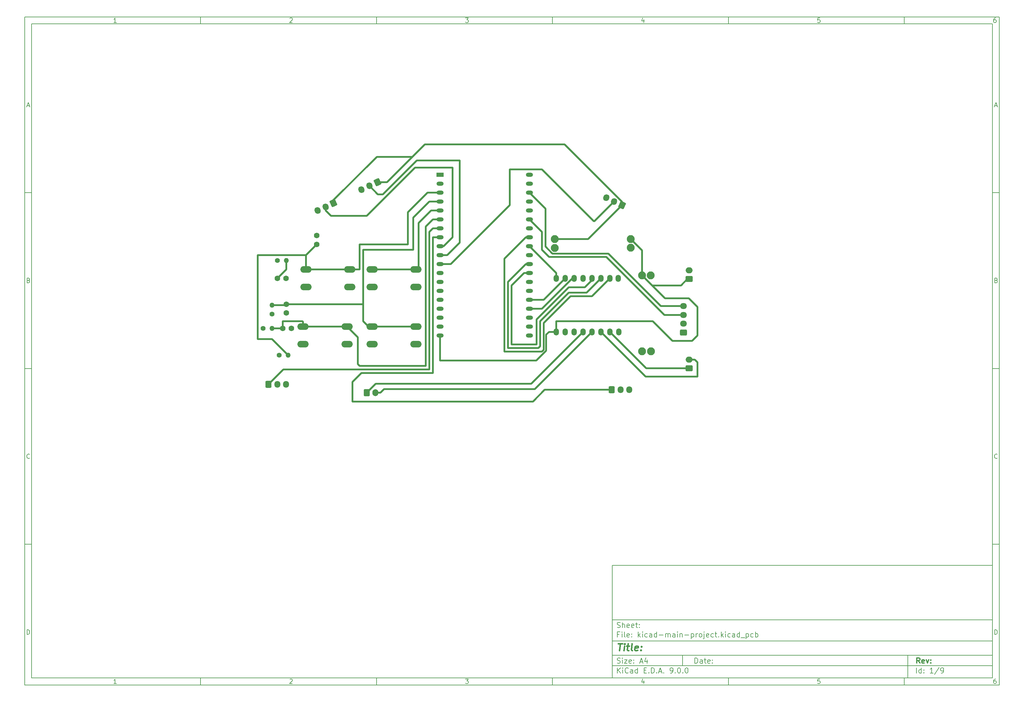
<source format=gbr>
%TF.GenerationSoftware,KiCad,Pcbnew,9.0.0*%
%TF.CreationDate,2025-05-10T22:05:33+07:00*%
%TF.ProjectId,kicad-main-project,6b696361-642d-46d6-9169-6e2d70726f6a,rev?*%
%TF.SameCoordinates,Original*%
%TF.FileFunction,Copper,L1,Top*%
%TF.FilePolarity,Positive*%
%FSLAX46Y46*%
G04 Gerber Fmt 4.6, Leading zero omitted, Abs format (unit mm)*
G04 Created by KiCad (PCBNEW 9.0.0) date 2025-05-10 22:05:33*
%MOMM*%
%LPD*%
G01*
G04 APERTURE LIST*
G04 Aperture macros list*
%AMRoundRect*
0 Rectangle with rounded corners*
0 $1 Rounding radius*
0 $2 $3 $4 $5 $6 $7 $8 $9 X,Y pos of 4 corners*
0 Add a 4 corners polygon primitive as box body*
4,1,4,$2,$3,$4,$5,$6,$7,$8,$9,$2,$3,0*
0 Add four circle primitives for the rounded corners*
1,1,$1+$1,$2,$3*
1,1,$1+$1,$4,$5*
1,1,$1+$1,$6,$7*
1,1,$1+$1,$8,$9*
0 Add four rect primitives between the rounded corners*
20,1,$1+$1,$2,$3,$4,$5,0*
20,1,$1+$1,$4,$5,$6,$7,0*
20,1,$1+$1,$6,$7,$8,$9,0*
20,1,$1+$1,$8,$9,$2,$3,0*%
%AMHorizOval*
0 Thick line with rounded ends*
0 $1 width*
0 $2 $3 position (X,Y) of the first rounded end (center of the circle)*
0 $4 $5 position (X,Y) of the second rounded end (center of the circle)*
0 Add line between two ends*
20,1,$1,$2,$3,$4,$5,0*
0 Add two circle primitives to create the rounded ends*
1,1,$1,$2,$3*
1,1,$1,$4,$5*%
G04 Aperture macros list end*
%ADD10C,0.100000*%
%ADD11C,0.150000*%
%ADD12C,0.300000*%
%ADD13C,0.400000*%
%TA.AperFunction,ComponentPad*%
%ADD14RoundRect,0.250000X0.750000X-0.600000X0.750000X0.600000X-0.750000X0.600000X-0.750000X-0.600000X0*%
%TD*%
%TA.AperFunction,ComponentPad*%
%ADD15O,2.000000X1.700000*%
%TD*%
%TA.AperFunction,ComponentPad*%
%ADD16O,1.950000X1.700000*%
%TD*%
%TA.AperFunction,ComponentPad*%
%ADD17RoundRect,0.250000X0.725000X-0.600000X0.725000X0.600000X-0.725000X0.600000X-0.725000X-0.600000X0*%
%TD*%
%TA.AperFunction,ComponentPad*%
%ADD18O,3.200000X1.900000*%
%TD*%
%TA.AperFunction,ComponentPad*%
%ADD19O,1.500000X2.000000*%
%TD*%
%TA.AperFunction,ComponentPad*%
%ADD20C,1.600000*%
%TD*%
%TA.AperFunction,ComponentPad*%
%ADD21RoundRect,0.250000X-0.600000X-0.725000X0.600000X-0.725000X0.600000X0.725000X-0.600000X0.725000X0*%
%TD*%
%TA.AperFunction,ComponentPad*%
%ADD22O,1.700000X1.950000*%
%TD*%
%TA.AperFunction,ComponentPad*%
%ADD23C,1.400000*%
%TD*%
%TA.AperFunction,ComponentPad*%
%ADD24O,1.400000X1.400000*%
%TD*%
%TA.AperFunction,ComponentPad*%
%ADD25C,2.250000*%
%TD*%
%TA.AperFunction,ComponentPad*%
%ADD26RoundRect,0.250000X0.237386X0.910644X-0.850183X0.403502X-0.237386X-0.910644X0.850183X-0.403502X0*%
%TD*%
%TA.AperFunction,ComponentPad*%
%ADD27HorizOval,1.700000X-0.052827X0.113288X0.052827X-0.113288X0*%
%TD*%
%TA.AperFunction,ComponentPad*%
%ADD28RoundRect,0.250000X-0.600000X-0.750000X0.600000X-0.750000X0.600000X0.750000X-0.600000X0.750000X0*%
%TD*%
%TA.AperFunction,ComponentPad*%
%ADD29O,1.700000X2.000000*%
%TD*%
%TA.AperFunction,ComponentPad*%
%ADD30R,2.000000X1.200000*%
%TD*%
%TA.AperFunction,ComponentPad*%
%ADD31O,2.000000X1.200000*%
%TD*%
%TA.AperFunction,ComponentPad*%
%ADD32RoundRect,0.250000X0.850183X0.403502X-0.237386X0.910644X-0.850183X-0.403502X0.237386X-0.910644X0*%
%TD*%
%TA.AperFunction,ComponentPad*%
%ADD33HorizOval,1.700000X0.052827X0.113288X-0.052827X-0.113288X0*%
%TD*%
%TA.AperFunction,Conductor*%
%ADD34C,0.508000*%
%TD*%
G04 APERTURE END LIST*
D10*
D11*
X177002200Y-166007200D02*
X285002200Y-166007200D01*
X285002200Y-198007200D01*
X177002200Y-198007200D01*
X177002200Y-166007200D01*
D10*
D11*
X10000000Y-10000000D02*
X287002200Y-10000000D01*
X287002200Y-200007200D01*
X10000000Y-200007200D01*
X10000000Y-10000000D01*
D10*
D11*
X12000000Y-12000000D02*
X285002200Y-12000000D01*
X285002200Y-198007200D01*
X12000000Y-198007200D01*
X12000000Y-12000000D01*
D10*
D11*
X60000000Y-12000000D02*
X60000000Y-10000000D01*
D10*
D11*
X110000000Y-12000000D02*
X110000000Y-10000000D01*
D10*
D11*
X160000000Y-12000000D02*
X160000000Y-10000000D01*
D10*
D11*
X210000000Y-12000000D02*
X210000000Y-10000000D01*
D10*
D11*
X260000000Y-12000000D02*
X260000000Y-10000000D01*
D10*
D11*
X36089160Y-11593604D02*
X35346303Y-11593604D01*
X35717731Y-11593604D02*
X35717731Y-10293604D01*
X35717731Y-10293604D02*
X35593922Y-10479319D01*
X35593922Y-10479319D02*
X35470112Y-10603128D01*
X35470112Y-10603128D02*
X35346303Y-10665033D01*
D10*
D11*
X85346303Y-10417414D02*
X85408207Y-10355509D01*
X85408207Y-10355509D02*
X85532017Y-10293604D01*
X85532017Y-10293604D02*
X85841541Y-10293604D01*
X85841541Y-10293604D02*
X85965350Y-10355509D01*
X85965350Y-10355509D02*
X86027255Y-10417414D01*
X86027255Y-10417414D02*
X86089160Y-10541223D01*
X86089160Y-10541223D02*
X86089160Y-10665033D01*
X86089160Y-10665033D02*
X86027255Y-10850747D01*
X86027255Y-10850747D02*
X85284398Y-11593604D01*
X85284398Y-11593604D02*
X86089160Y-11593604D01*
D10*
D11*
X135284398Y-10293604D02*
X136089160Y-10293604D01*
X136089160Y-10293604D02*
X135655826Y-10788842D01*
X135655826Y-10788842D02*
X135841541Y-10788842D01*
X135841541Y-10788842D02*
X135965350Y-10850747D01*
X135965350Y-10850747D02*
X136027255Y-10912652D01*
X136027255Y-10912652D02*
X136089160Y-11036461D01*
X136089160Y-11036461D02*
X136089160Y-11345985D01*
X136089160Y-11345985D02*
X136027255Y-11469795D01*
X136027255Y-11469795D02*
X135965350Y-11531700D01*
X135965350Y-11531700D02*
X135841541Y-11593604D01*
X135841541Y-11593604D02*
X135470112Y-11593604D01*
X135470112Y-11593604D02*
X135346303Y-11531700D01*
X135346303Y-11531700D02*
X135284398Y-11469795D01*
D10*
D11*
X185965350Y-10726938D02*
X185965350Y-11593604D01*
X185655826Y-10231700D02*
X185346303Y-11160271D01*
X185346303Y-11160271D02*
X186151064Y-11160271D01*
D10*
D11*
X236027255Y-10293604D02*
X235408207Y-10293604D01*
X235408207Y-10293604D02*
X235346303Y-10912652D01*
X235346303Y-10912652D02*
X235408207Y-10850747D01*
X235408207Y-10850747D02*
X235532017Y-10788842D01*
X235532017Y-10788842D02*
X235841541Y-10788842D01*
X235841541Y-10788842D02*
X235965350Y-10850747D01*
X235965350Y-10850747D02*
X236027255Y-10912652D01*
X236027255Y-10912652D02*
X236089160Y-11036461D01*
X236089160Y-11036461D02*
X236089160Y-11345985D01*
X236089160Y-11345985D02*
X236027255Y-11469795D01*
X236027255Y-11469795D02*
X235965350Y-11531700D01*
X235965350Y-11531700D02*
X235841541Y-11593604D01*
X235841541Y-11593604D02*
X235532017Y-11593604D01*
X235532017Y-11593604D02*
X235408207Y-11531700D01*
X235408207Y-11531700D02*
X235346303Y-11469795D01*
D10*
D11*
X285965350Y-10293604D02*
X285717731Y-10293604D01*
X285717731Y-10293604D02*
X285593922Y-10355509D01*
X285593922Y-10355509D02*
X285532017Y-10417414D01*
X285532017Y-10417414D02*
X285408207Y-10603128D01*
X285408207Y-10603128D02*
X285346303Y-10850747D01*
X285346303Y-10850747D02*
X285346303Y-11345985D01*
X285346303Y-11345985D02*
X285408207Y-11469795D01*
X285408207Y-11469795D02*
X285470112Y-11531700D01*
X285470112Y-11531700D02*
X285593922Y-11593604D01*
X285593922Y-11593604D02*
X285841541Y-11593604D01*
X285841541Y-11593604D02*
X285965350Y-11531700D01*
X285965350Y-11531700D02*
X286027255Y-11469795D01*
X286027255Y-11469795D02*
X286089160Y-11345985D01*
X286089160Y-11345985D02*
X286089160Y-11036461D01*
X286089160Y-11036461D02*
X286027255Y-10912652D01*
X286027255Y-10912652D02*
X285965350Y-10850747D01*
X285965350Y-10850747D02*
X285841541Y-10788842D01*
X285841541Y-10788842D02*
X285593922Y-10788842D01*
X285593922Y-10788842D02*
X285470112Y-10850747D01*
X285470112Y-10850747D02*
X285408207Y-10912652D01*
X285408207Y-10912652D02*
X285346303Y-11036461D01*
D10*
D11*
X60000000Y-198007200D02*
X60000000Y-200007200D01*
D10*
D11*
X110000000Y-198007200D02*
X110000000Y-200007200D01*
D10*
D11*
X160000000Y-198007200D02*
X160000000Y-200007200D01*
D10*
D11*
X210000000Y-198007200D02*
X210000000Y-200007200D01*
D10*
D11*
X260000000Y-198007200D02*
X260000000Y-200007200D01*
D10*
D11*
X36089160Y-199600804D02*
X35346303Y-199600804D01*
X35717731Y-199600804D02*
X35717731Y-198300804D01*
X35717731Y-198300804D02*
X35593922Y-198486519D01*
X35593922Y-198486519D02*
X35470112Y-198610328D01*
X35470112Y-198610328D02*
X35346303Y-198672233D01*
D10*
D11*
X85346303Y-198424614D02*
X85408207Y-198362709D01*
X85408207Y-198362709D02*
X85532017Y-198300804D01*
X85532017Y-198300804D02*
X85841541Y-198300804D01*
X85841541Y-198300804D02*
X85965350Y-198362709D01*
X85965350Y-198362709D02*
X86027255Y-198424614D01*
X86027255Y-198424614D02*
X86089160Y-198548423D01*
X86089160Y-198548423D02*
X86089160Y-198672233D01*
X86089160Y-198672233D02*
X86027255Y-198857947D01*
X86027255Y-198857947D02*
X85284398Y-199600804D01*
X85284398Y-199600804D02*
X86089160Y-199600804D01*
D10*
D11*
X135284398Y-198300804D02*
X136089160Y-198300804D01*
X136089160Y-198300804D02*
X135655826Y-198796042D01*
X135655826Y-198796042D02*
X135841541Y-198796042D01*
X135841541Y-198796042D02*
X135965350Y-198857947D01*
X135965350Y-198857947D02*
X136027255Y-198919852D01*
X136027255Y-198919852D02*
X136089160Y-199043661D01*
X136089160Y-199043661D02*
X136089160Y-199353185D01*
X136089160Y-199353185D02*
X136027255Y-199476995D01*
X136027255Y-199476995D02*
X135965350Y-199538900D01*
X135965350Y-199538900D02*
X135841541Y-199600804D01*
X135841541Y-199600804D02*
X135470112Y-199600804D01*
X135470112Y-199600804D02*
X135346303Y-199538900D01*
X135346303Y-199538900D02*
X135284398Y-199476995D01*
D10*
D11*
X185965350Y-198734138D02*
X185965350Y-199600804D01*
X185655826Y-198238900D02*
X185346303Y-199167471D01*
X185346303Y-199167471D02*
X186151064Y-199167471D01*
D10*
D11*
X236027255Y-198300804D02*
X235408207Y-198300804D01*
X235408207Y-198300804D02*
X235346303Y-198919852D01*
X235346303Y-198919852D02*
X235408207Y-198857947D01*
X235408207Y-198857947D02*
X235532017Y-198796042D01*
X235532017Y-198796042D02*
X235841541Y-198796042D01*
X235841541Y-198796042D02*
X235965350Y-198857947D01*
X235965350Y-198857947D02*
X236027255Y-198919852D01*
X236027255Y-198919852D02*
X236089160Y-199043661D01*
X236089160Y-199043661D02*
X236089160Y-199353185D01*
X236089160Y-199353185D02*
X236027255Y-199476995D01*
X236027255Y-199476995D02*
X235965350Y-199538900D01*
X235965350Y-199538900D02*
X235841541Y-199600804D01*
X235841541Y-199600804D02*
X235532017Y-199600804D01*
X235532017Y-199600804D02*
X235408207Y-199538900D01*
X235408207Y-199538900D02*
X235346303Y-199476995D01*
D10*
D11*
X285965350Y-198300804D02*
X285717731Y-198300804D01*
X285717731Y-198300804D02*
X285593922Y-198362709D01*
X285593922Y-198362709D02*
X285532017Y-198424614D01*
X285532017Y-198424614D02*
X285408207Y-198610328D01*
X285408207Y-198610328D02*
X285346303Y-198857947D01*
X285346303Y-198857947D02*
X285346303Y-199353185D01*
X285346303Y-199353185D02*
X285408207Y-199476995D01*
X285408207Y-199476995D02*
X285470112Y-199538900D01*
X285470112Y-199538900D02*
X285593922Y-199600804D01*
X285593922Y-199600804D02*
X285841541Y-199600804D01*
X285841541Y-199600804D02*
X285965350Y-199538900D01*
X285965350Y-199538900D02*
X286027255Y-199476995D01*
X286027255Y-199476995D02*
X286089160Y-199353185D01*
X286089160Y-199353185D02*
X286089160Y-199043661D01*
X286089160Y-199043661D02*
X286027255Y-198919852D01*
X286027255Y-198919852D02*
X285965350Y-198857947D01*
X285965350Y-198857947D02*
X285841541Y-198796042D01*
X285841541Y-198796042D02*
X285593922Y-198796042D01*
X285593922Y-198796042D02*
X285470112Y-198857947D01*
X285470112Y-198857947D02*
X285408207Y-198919852D01*
X285408207Y-198919852D02*
X285346303Y-199043661D01*
D10*
D11*
X10000000Y-60000000D02*
X12000000Y-60000000D01*
D10*
D11*
X10000000Y-110000000D02*
X12000000Y-110000000D01*
D10*
D11*
X10000000Y-160000000D02*
X12000000Y-160000000D01*
D10*
D11*
X10690476Y-35222176D02*
X11309523Y-35222176D01*
X10566666Y-35593604D02*
X10999999Y-34293604D01*
X10999999Y-34293604D02*
X11433333Y-35593604D01*
D10*
D11*
X11092857Y-84912652D02*
X11278571Y-84974557D01*
X11278571Y-84974557D02*
X11340476Y-85036461D01*
X11340476Y-85036461D02*
X11402380Y-85160271D01*
X11402380Y-85160271D02*
X11402380Y-85345985D01*
X11402380Y-85345985D02*
X11340476Y-85469795D01*
X11340476Y-85469795D02*
X11278571Y-85531700D01*
X11278571Y-85531700D02*
X11154761Y-85593604D01*
X11154761Y-85593604D02*
X10659523Y-85593604D01*
X10659523Y-85593604D02*
X10659523Y-84293604D01*
X10659523Y-84293604D02*
X11092857Y-84293604D01*
X11092857Y-84293604D02*
X11216666Y-84355509D01*
X11216666Y-84355509D02*
X11278571Y-84417414D01*
X11278571Y-84417414D02*
X11340476Y-84541223D01*
X11340476Y-84541223D02*
X11340476Y-84665033D01*
X11340476Y-84665033D02*
X11278571Y-84788842D01*
X11278571Y-84788842D02*
X11216666Y-84850747D01*
X11216666Y-84850747D02*
X11092857Y-84912652D01*
X11092857Y-84912652D02*
X10659523Y-84912652D01*
D10*
D11*
X11402380Y-135469795D02*
X11340476Y-135531700D01*
X11340476Y-135531700D02*
X11154761Y-135593604D01*
X11154761Y-135593604D02*
X11030952Y-135593604D01*
X11030952Y-135593604D02*
X10845238Y-135531700D01*
X10845238Y-135531700D02*
X10721428Y-135407890D01*
X10721428Y-135407890D02*
X10659523Y-135284080D01*
X10659523Y-135284080D02*
X10597619Y-135036461D01*
X10597619Y-135036461D02*
X10597619Y-134850747D01*
X10597619Y-134850747D02*
X10659523Y-134603128D01*
X10659523Y-134603128D02*
X10721428Y-134479319D01*
X10721428Y-134479319D02*
X10845238Y-134355509D01*
X10845238Y-134355509D02*
X11030952Y-134293604D01*
X11030952Y-134293604D02*
X11154761Y-134293604D01*
X11154761Y-134293604D02*
X11340476Y-134355509D01*
X11340476Y-134355509D02*
X11402380Y-134417414D01*
D10*
D11*
X10659523Y-185593604D02*
X10659523Y-184293604D01*
X10659523Y-184293604D02*
X10969047Y-184293604D01*
X10969047Y-184293604D02*
X11154761Y-184355509D01*
X11154761Y-184355509D02*
X11278571Y-184479319D01*
X11278571Y-184479319D02*
X11340476Y-184603128D01*
X11340476Y-184603128D02*
X11402380Y-184850747D01*
X11402380Y-184850747D02*
X11402380Y-185036461D01*
X11402380Y-185036461D02*
X11340476Y-185284080D01*
X11340476Y-185284080D02*
X11278571Y-185407890D01*
X11278571Y-185407890D02*
X11154761Y-185531700D01*
X11154761Y-185531700D02*
X10969047Y-185593604D01*
X10969047Y-185593604D02*
X10659523Y-185593604D01*
D10*
D11*
X287002200Y-60000000D02*
X285002200Y-60000000D01*
D10*
D11*
X287002200Y-110000000D02*
X285002200Y-110000000D01*
D10*
D11*
X287002200Y-160000000D02*
X285002200Y-160000000D01*
D10*
D11*
X285692676Y-35222176D02*
X286311723Y-35222176D01*
X285568866Y-35593604D02*
X286002199Y-34293604D01*
X286002199Y-34293604D02*
X286435533Y-35593604D01*
D10*
D11*
X286095057Y-84912652D02*
X286280771Y-84974557D01*
X286280771Y-84974557D02*
X286342676Y-85036461D01*
X286342676Y-85036461D02*
X286404580Y-85160271D01*
X286404580Y-85160271D02*
X286404580Y-85345985D01*
X286404580Y-85345985D02*
X286342676Y-85469795D01*
X286342676Y-85469795D02*
X286280771Y-85531700D01*
X286280771Y-85531700D02*
X286156961Y-85593604D01*
X286156961Y-85593604D02*
X285661723Y-85593604D01*
X285661723Y-85593604D02*
X285661723Y-84293604D01*
X285661723Y-84293604D02*
X286095057Y-84293604D01*
X286095057Y-84293604D02*
X286218866Y-84355509D01*
X286218866Y-84355509D02*
X286280771Y-84417414D01*
X286280771Y-84417414D02*
X286342676Y-84541223D01*
X286342676Y-84541223D02*
X286342676Y-84665033D01*
X286342676Y-84665033D02*
X286280771Y-84788842D01*
X286280771Y-84788842D02*
X286218866Y-84850747D01*
X286218866Y-84850747D02*
X286095057Y-84912652D01*
X286095057Y-84912652D02*
X285661723Y-84912652D01*
D10*
D11*
X286404580Y-135469795D02*
X286342676Y-135531700D01*
X286342676Y-135531700D02*
X286156961Y-135593604D01*
X286156961Y-135593604D02*
X286033152Y-135593604D01*
X286033152Y-135593604D02*
X285847438Y-135531700D01*
X285847438Y-135531700D02*
X285723628Y-135407890D01*
X285723628Y-135407890D02*
X285661723Y-135284080D01*
X285661723Y-135284080D02*
X285599819Y-135036461D01*
X285599819Y-135036461D02*
X285599819Y-134850747D01*
X285599819Y-134850747D02*
X285661723Y-134603128D01*
X285661723Y-134603128D02*
X285723628Y-134479319D01*
X285723628Y-134479319D02*
X285847438Y-134355509D01*
X285847438Y-134355509D02*
X286033152Y-134293604D01*
X286033152Y-134293604D02*
X286156961Y-134293604D01*
X286156961Y-134293604D02*
X286342676Y-134355509D01*
X286342676Y-134355509D02*
X286404580Y-134417414D01*
D10*
D11*
X285661723Y-185593604D02*
X285661723Y-184293604D01*
X285661723Y-184293604D02*
X285971247Y-184293604D01*
X285971247Y-184293604D02*
X286156961Y-184355509D01*
X286156961Y-184355509D02*
X286280771Y-184479319D01*
X286280771Y-184479319D02*
X286342676Y-184603128D01*
X286342676Y-184603128D02*
X286404580Y-184850747D01*
X286404580Y-184850747D02*
X286404580Y-185036461D01*
X286404580Y-185036461D02*
X286342676Y-185284080D01*
X286342676Y-185284080D02*
X286280771Y-185407890D01*
X286280771Y-185407890D02*
X286156961Y-185531700D01*
X286156961Y-185531700D02*
X285971247Y-185593604D01*
X285971247Y-185593604D02*
X285661723Y-185593604D01*
D10*
D11*
X200458026Y-193793328D02*
X200458026Y-192293328D01*
X200458026Y-192293328D02*
X200815169Y-192293328D01*
X200815169Y-192293328D02*
X201029455Y-192364757D01*
X201029455Y-192364757D02*
X201172312Y-192507614D01*
X201172312Y-192507614D02*
X201243741Y-192650471D01*
X201243741Y-192650471D02*
X201315169Y-192936185D01*
X201315169Y-192936185D02*
X201315169Y-193150471D01*
X201315169Y-193150471D02*
X201243741Y-193436185D01*
X201243741Y-193436185D02*
X201172312Y-193579042D01*
X201172312Y-193579042D02*
X201029455Y-193721900D01*
X201029455Y-193721900D02*
X200815169Y-193793328D01*
X200815169Y-193793328D02*
X200458026Y-193793328D01*
X202600884Y-193793328D02*
X202600884Y-193007614D01*
X202600884Y-193007614D02*
X202529455Y-192864757D01*
X202529455Y-192864757D02*
X202386598Y-192793328D01*
X202386598Y-192793328D02*
X202100884Y-192793328D01*
X202100884Y-192793328D02*
X201958026Y-192864757D01*
X202600884Y-193721900D02*
X202458026Y-193793328D01*
X202458026Y-193793328D02*
X202100884Y-193793328D01*
X202100884Y-193793328D02*
X201958026Y-193721900D01*
X201958026Y-193721900D02*
X201886598Y-193579042D01*
X201886598Y-193579042D02*
X201886598Y-193436185D01*
X201886598Y-193436185D02*
X201958026Y-193293328D01*
X201958026Y-193293328D02*
X202100884Y-193221900D01*
X202100884Y-193221900D02*
X202458026Y-193221900D01*
X202458026Y-193221900D02*
X202600884Y-193150471D01*
X203100884Y-192793328D02*
X203672312Y-192793328D01*
X203315169Y-192293328D02*
X203315169Y-193579042D01*
X203315169Y-193579042D02*
X203386598Y-193721900D01*
X203386598Y-193721900D02*
X203529455Y-193793328D01*
X203529455Y-193793328D02*
X203672312Y-193793328D01*
X204743741Y-193721900D02*
X204600884Y-193793328D01*
X204600884Y-193793328D02*
X204315170Y-193793328D01*
X204315170Y-193793328D02*
X204172312Y-193721900D01*
X204172312Y-193721900D02*
X204100884Y-193579042D01*
X204100884Y-193579042D02*
X204100884Y-193007614D01*
X204100884Y-193007614D02*
X204172312Y-192864757D01*
X204172312Y-192864757D02*
X204315170Y-192793328D01*
X204315170Y-192793328D02*
X204600884Y-192793328D01*
X204600884Y-192793328D02*
X204743741Y-192864757D01*
X204743741Y-192864757D02*
X204815170Y-193007614D01*
X204815170Y-193007614D02*
X204815170Y-193150471D01*
X204815170Y-193150471D02*
X204100884Y-193293328D01*
X205458026Y-193650471D02*
X205529455Y-193721900D01*
X205529455Y-193721900D02*
X205458026Y-193793328D01*
X205458026Y-193793328D02*
X205386598Y-193721900D01*
X205386598Y-193721900D02*
X205458026Y-193650471D01*
X205458026Y-193650471D02*
X205458026Y-193793328D01*
X205458026Y-192864757D02*
X205529455Y-192936185D01*
X205529455Y-192936185D02*
X205458026Y-193007614D01*
X205458026Y-193007614D02*
X205386598Y-192936185D01*
X205386598Y-192936185D02*
X205458026Y-192864757D01*
X205458026Y-192864757D02*
X205458026Y-193007614D01*
D10*
D11*
X177002200Y-194507200D02*
X285002200Y-194507200D01*
D10*
D11*
X178458026Y-196593328D02*
X178458026Y-195093328D01*
X179315169Y-196593328D02*
X178672312Y-195736185D01*
X179315169Y-195093328D02*
X178458026Y-195950471D01*
X179958026Y-196593328D02*
X179958026Y-195593328D01*
X179958026Y-195093328D02*
X179886598Y-195164757D01*
X179886598Y-195164757D02*
X179958026Y-195236185D01*
X179958026Y-195236185D02*
X180029455Y-195164757D01*
X180029455Y-195164757D02*
X179958026Y-195093328D01*
X179958026Y-195093328D02*
X179958026Y-195236185D01*
X181529455Y-196450471D02*
X181458027Y-196521900D01*
X181458027Y-196521900D02*
X181243741Y-196593328D01*
X181243741Y-196593328D02*
X181100884Y-196593328D01*
X181100884Y-196593328D02*
X180886598Y-196521900D01*
X180886598Y-196521900D02*
X180743741Y-196379042D01*
X180743741Y-196379042D02*
X180672312Y-196236185D01*
X180672312Y-196236185D02*
X180600884Y-195950471D01*
X180600884Y-195950471D02*
X180600884Y-195736185D01*
X180600884Y-195736185D02*
X180672312Y-195450471D01*
X180672312Y-195450471D02*
X180743741Y-195307614D01*
X180743741Y-195307614D02*
X180886598Y-195164757D01*
X180886598Y-195164757D02*
X181100884Y-195093328D01*
X181100884Y-195093328D02*
X181243741Y-195093328D01*
X181243741Y-195093328D02*
X181458027Y-195164757D01*
X181458027Y-195164757D02*
X181529455Y-195236185D01*
X182815170Y-196593328D02*
X182815170Y-195807614D01*
X182815170Y-195807614D02*
X182743741Y-195664757D01*
X182743741Y-195664757D02*
X182600884Y-195593328D01*
X182600884Y-195593328D02*
X182315170Y-195593328D01*
X182315170Y-195593328D02*
X182172312Y-195664757D01*
X182815170Y-196521900D02*
X182672312Y-196593328D01*
X182672312Y-196593328D02*
X182315170Y-196593328D01*
X182315170Y-196593328D02*
X182172312Y-196521900D01*
X182172312Y-196521900D02*
X182100884Y-196379042D01*
X182100884Y-196379042D02*
X182100884Y-196236185D01*
X182100884Y-196236185D02*
X182172312Y-196093328D01*
X182172312Y-196093328D02*
X182315170Y-196021900D01*
X182315170Y-196021900D02*
X182672312Y-196021900D01*
X182672312Y-196021900D02*
X182815170Y-195950471D01*
X184172313Y-196593328D02*
X184172313Y-195093328D01*
X184172313Y-196521900D02*
X184029455Y-196593328D01*
X184029455Y-196593328D02*
X183743741Y-196593328D01*
X183743741Y-196593328D02*
X183600884Y-196521900D01*
X183600884Y-196521900D02*
X183529455Y-196450471D01*
X183529455Y-196450471D02*
X183458027Y-196307614D01*
X183458027Y-196307614D02*
X183458027Y-195879042D01*
X183458027Y-195879042D02*
X183529455Y-195736185D01*
X183529455Y-195736185D02*
X183600884Y-195664757D01*
X183600884Y-195664757D02*
X183743741Y-195593328D01*
X183743741Y-195593328D02*
X184029455Y-195593328D01*
X184029455Y-195593328D02*
X184172313Y-195664757D01*
X186029455Y-195807614D02*
X186529455Y-195807614D01*
X186743741Y-196593328D02*
X186029455Y-196593328D01*
X186029455Y-196593328D02*
X186029455Y-195093328D01*
X186029455Y-195093328D02*
X186743741Y-195093328D01*
X187386598Y-196450471D02*
X187458027Y-196521900D01*
X187458027Y-196521900D02*
X187386598Y-196593328D01*
X187386598Y-196593328D02*
X187315170Y-196521900D01*
X187315170Y-196521900D02*
X187386598Y-196450471D01*
X187386598Y-196450471D02*
X187386598Y-196593328D01*
X188100884Y-196593328D02*
X188100884Y-195093328D01*
X188100884Y-195093328D02*
X188458027Y-195093328D01*
X188458027Y-195093328D02*
X188672313Y-195164757D01*
X188672313Y-195164757D02*
X188815170Y-195307614D01*
X188815170Y-195307614D02*
X188886599Y-195450471D01*
X188886599Y-195450471D02*
X188958027Y-195736185D01*
X188958027Y-195736185D02*
X188958027Y-195950471D01*
X188958027Y-195950471D02*
X188886599Y-196236185D01*
X188886599Y-196236185D02*
X188815170Y-196379042D01*
X188815170Y-196379042D02*
X188672313Y-196521900D01*
X188672313Y-196521900D02*
X188458027Y-196593328D01*
X188458027Y-196593328D02*
X188100884Y-196593328D01*
X189600884Y-196450471D02*
X189672313Y-196521900D01*
X189672313Y-196521900D02*
X189600884Y-196593328D01*
X189600884Y-196593328D02*
X189529456Y-196521900D01*
X189529456Y-196521900D02*
X189600884Y-196450471D01*
X189600884Y-196450471D02*
X189600884Y-196593328D01*
X190243742Y-196164757D02*
X190958028Y-196164757D01*
X190100885Y-196593328D02*
X190600885Y-195093328D01*
X190600885Y-195093328D02*
X191100885Y-196593328D01*
X191600884Y-196450471D02*
X191672313Y-196521900D01*
X191672313Y-196521900D02*
X191600884Y-196593328D01*
X191600884Y-196593328D02*
X191529456Y-196521900D01*
X191529456Y-196521900D02*
X191600884Y-196450471D01*
X191600884Y-196450471D02*
X191600884Y-196593328D01*
X193529456Y-196593328D02*
X193815170Y-196593328D01*
X193815170Y-196593328D02*
X193958027Y-196521900D01*
X193958027Y-196521900D02*
X194029456Y-196450471D01*
X194029456Y-196450471D02*
X194172313Y-196236185D01*
X194172313Y-196236185D02*
X194243742Y-195950471D01*
X194243742Y-195950471D02*
X194243742Y-195379042D01*
X194243742Y-195379042D02*
X194172313Y-195236185D01*
X194172313Y-195236185D02*
X194100885Y-195164757D01*
X194100885Y-195164757D02*
X193958027Y-195093328D01*
X193958027Y-195093328D02*
X193672313Y-195093328D01*
X193672313Y-195093328D02*
X193529456Y-195164757D01*
X193529456Y-195164757D02*
X193458027Y-195236185D01*
X193458027Y-195236185D02*
X193386599Y-195379042D01*
X193386599Y-195379042D02*
X193386599Y-195736185D01*
X193386599Y-195736185D02*
X193458027Y-195879042D01*
X193458027Y-195879042D02*
X193529456Y-195950471D01*
X193529456Y-195950471D02*
X193672313Y-196021900D01*
X193672313Y-196021900D02*
X193958027Y-196021900D01*
X193958027Y-196021900D02*
X194100885Y-195950471D01*
X194100885Y-195950471D02*
X194172313Y-195879042D01*
X194172313Y-195879042D02*
X194243742Y-195736185D01*
X194886598Y-196450471D02*
X194958027Y-196521900D01*
X194958027Y-196521900D02*
X194886598Y-196593328D01*
X194886598Y-196593328D02*
X194815170Y-196521900D01*
X194815170Y-196521900D02*
X194886598Y-196450471D01*
X194886598Y-196450471D02*
X194886598Y-196593328D01*
X195886599Y-195093328D02*
X196029456Y-195093328D01*
X196029456Y-195093328D02*
X196172313Y-195164757D01*
X196172313Y-195164757D02*
X196243742Y-195236185D01*
X196243742Y-195236185D02*
X196315170Y-195379042D01*
X196315170Y-195379042D02*
X196386599Y-195664757D01*
X196386599Y-195664757D02*
X196386599Y-196021900D01*
X196386599Y-196021900D02*
X196315170Y-196307614D01*
X196315170Y-196307614D02*
X196243742Y-196450471D01*
X196243742Y-196450471D02*
X196172313Y-196521900D01*
X196172313Y-196521900D02*
X196029456Y-196593328D01*
X196029456Y-196593328D02*
X195886599Y-196593328D01*
X195886599Y-196593328D02*
X195743742Y-196521900D01*
X195743742Y-196521900D02*
X195672313Y-196450471D01*
X195672313Y-196450471D02*
X195600884Y-196307614D01*
X195600884Y-196307614D02*
X195529456Y-196021900D01*
X195529456Y-196021900D02*
X195529456Y-195664757D01*
X195529456Y-195664757D02*
X195600884Y-195379042D01*
X195600884Y-195379042D02*
X195672313Y-195236185D01*
X195672313Y-195236185D02*
X195743742Y-195164757D01*
X195743742Y-195164757D02*
X195886599Y-195093328D01*
X197029455Y-196450471D02*
X197100884Y-196521900D01*
X197100884Y-196521900D02*
X197029455Y-196593328D01*
X197029455Y-196593328D02*
X196958027Y-196521900D01*
X196958027Y-196521900D02*
X197029455Y-196450471D01*
X197029455Y-196450471D02*
X197029455Y-196593328D01*
X198029456Y-195093328D02*
X198172313Y-195093328D01*
X198172313Y-195093328D02*
X198315170Y-195164757D01*
X198315170Y-195164757D02*
X198386599Y-195236185D01*
X198386599Y-195236185D02*
X198458027Y-195379042D01*
X198458027Y-195379042D02*
X198529456Y-195664757D01*
X198529456Y-195664757D02*
X198529456Y-196021900D01*
X198529456Y-196021900D02*
X198458027Y-196307614D01*
X198458027Y-196307614D02*
X198386599Y-196450471D01*
X198386599Y-196450471D02*
X198315170Y-196521900D01*
X198315170Y-196521900D02*
X198172313Y-196593328D01*
X198172313Y-196593328D02*
X198029456Y-196593328D01*
X198029456Y-196593328D02*
X197886599Y-196521900D01*
X197886599Y-196521900D02*
X197815170Y-196450471D01*
X197815170Y-196450471D02*
X197743741Y-196307614D01*
X197743741Y-196307614D02*
X197672313Y-196021900D01*
X197672313Y-196021900D02*
X197672313Y-195664757D01*
X197672313Y-195664757D02*
X197743741Y-195379042D01*
X197743741Y-195379042D02*
X197815170Y-195236185D01*
X197815170Y-195236185D02*
X197886599Y-195164757D01*
X197886599Y-195164757D02*
X198029456Y-195093328D01*
D10*
D11*
X177002200Y-191507200D02*
X285002200Y-191507200D01*
D10*
D12*
X264413853Y-193785528D02*
X263913853Y-193071242D01*
X263556710Y-193785528D02*
X263556710Y-192285528D01*
X263556710Y-192285528D02*
X264128139Y-192285528D01*
X264128139Y-192285528D02*
X264270996Y-192356957D01*
X264270996Y-192356957D02*
X264342425Y-192428385D01*
X264342425Y-192428385D02*
X264413853Y-192571242D01*
X264413853Y-192571242D02*
X264413853Y-192785528D01*
X264413853Y-192785528D02*
X264342425Y-192928385D01*
X264342425Y-192928385D02*
X264270996Y-192999814D01*
X264270996Y-192999814D02*
X264128139Y-193071242D01*
X264128139Y-193071242D02*
X263556710Y-193071242D01*
X265628139Y-193714100D02*
X265485282Y-193785528D01*
X265485282Y-193785528D02*
X265199568Y-193785528D01*
X265199568Y-193785528D02*
X265056710Y-193714100D01*
X265056710Y-193714100D02*
X264985282Y-193571242D01*
X264985282Y-193571242D02*
X264985282Y-192999814D01*
X264985282Y-192999814D02*
X265056710Y-192856957D01*
X265056710Y-192856957D02*
X265199568Y-192785528D01*
X265199568Y-192785528D02*
X265485282Y-192785528D01*
X265485282Y-192785528D02*
X265628139Y-192856957D01*
X265628139Y-192856957D02*
X265699568Y-192999814D01*
X265699568Y-192999814D02*
X265699568Y-193142671D01*
X265699568Y-193142671D02*
X264985282Y-193285528D01*
X266199567Y-192785528D02*
X266556710Y-193785528D01*
X266556710Y-193785528D02*
X266913853Y-192785528D01*
X267485281Y-193642671D02*
X267556710Y-193714100D01*
X267556710Y-193714100D02*
X267485281Y-193785528D01*
X267485281Y-193785528D02*
X267413853Y-193714100D01*
X267413853Y-193714100D02*
X267485281Y-193642671D01*
X267485281Y-193642671D02*
X267485281Y-193785528D01*
X267485281Y-192856957D02*
X267556710Y-192928385D01*
X267556710Y-192928385D02*
X267485281Y-192999814D01*
X267485281Y-192999814D02*
X267413853Y-192928385D01*
X267413853Y-192928385D02*
X267485281Y-192856957D01*
X267485281Y-192856957D02*
X267485281Y-192999814D01*
D10*
D11*
X178386598Y-193721900D02*
X178600884Y-193793328D01*
X178600884Y-193793328D02*
X178958026Y-193793328D01*
X178958026Y-193793328D02*
X179100884Y-193721900D01*
X179100884Y-193721900D02*
X179172312Y-193650471D01*
X179172312Y-193650471D02*
X179243741Y-193507614D01*
X179243741Y-193507614D02*
X179243741Y-193364757D01*
X179243741Y-193364757D02*
X179172312Y-193221900D01*
X179172312Y-193221900D02*
X179100884Y-193150471D01*
X179100884Y-193150471D02*
X178958026Y-193079042D01*
X178958026Y-193079042D02*
X178672312Y-193007614D01*
X178672312Y-193007614D02*
X178529455Y-192936185D01*
X178529455Y-192936185D02*
X178458026Y-192864757D01*
X178458026Y-192864757D02*
X178386598Y-192721900D01*
X178386598Y-192721900D02*
X178386598Y-192579042D01*
X178386598Y-192579042D02*
X178458026Y-192436185D01*
X178458026Y-192436185D02*
X178529455Y-192364757D01*
X178529455Y-192364757D02*
X178672312Y-192293328D01*
X178672312Y-192293328D02*
X179029455Y-192293328D01*
X179029455Y-192293328D02*
X179243741Y-192364757D01*
X179886597Y-193793328D02*
X179886597Y-192793328D01*
X179886597Y-192293328D02*
X179815169Y-192364757D01*
X179815169Y-192364757D02*
X179886597Y-192436185D01*
X179886597Y-192436185D02*
X179958026Y-192364757D01*
X179958026Y-192364757D02*
X179886597Y-192293328D01*
X179886597Y-192293328D02*
X179886597Y-192436185D01*
X180458026Y-192793328D02*
X181243741Y-192793328D01*
X181243741Y-192793328D02*
X180458026Y-193793328D01*
X180458026Y-193793328D02*
X181243741Y-193793328D01*
X182386598Y-193721900D02*
X182243741Y-193793328D01*
X182243741Y-193793328D02*
X181958027Y-193793328D01*
X181958027Y-193793328D02*
X181815169Y-193721900D01*
X181815169Y-193721900D02*
X181743741Y-193579042D01*
X181743741Y-193579042D02*
X181743741Y-193007614D01*
X181743741Y-193007614D02*
X181815169Y-192864757D01*
X181815169Y-192864757D02*
X181958027Y-192793328D01*
X181958027Y-192793328D02*
X182243741Y-192793328D01*
X182243741Y-192793328D02*
X182386598Y-192864757D01*
X182386598Y-192864757D02*
X182458027Y-193007614D01*
X182458027Y-193007614D02*
X182458027Y-193150471D01*
X182458027Y-193150471D02*
X181743741Y-193293328D01*
X183100883Y-193650471D02*
X183172312Y-193721900D01*
X183172312Y-193721900D02*
X183100883Y-193793328D01*
X183100883Y-193793328D02*
X183029455Y-193721900D01*
X183029455Y-193721900D02*
X183100883Y-193650471D01*
X183100883Y-193650471D02*
X183100883Y-193793328D01*
X183100883Y-192864757D02*
X183172312Y-192936185D01*
X183172312Y-192936185D02*
X183100883Y-193007614D01*
X183100883Y-193007614D02*
X183029455Y-192936185D01*
X183029455Y-192936185D02*
X183100883Y-192864757D01*
X183100883Y-192864757D02*
X183100883Y-193007614D01*
X184886598Y-193364757D02*
X185600884Y-193364757D01*
X184743741Y-193793328D02*
X185243741Y-192293328D01*
X185243741Y-192293328D02*
X185743741Y-193793328D01*
X186886598Y-192793328D02*
X186886598Y-193793328D01*
X186529455Y-192221900D02*
X186172312Y-193293328D01*
X186172312Y-193293328D02*
X187100883Y-193293328D01*
D10*
D11*
X263458026Y-196593328D02*
X263458026Y-195093328D01*
X264815170Y-196593328D02*
X264815170Y-195093328D01*
X264815170Y-196521900D02*
X264672312Y-196593328D01*
X264672312Y-196593328D02*
X264386598Y-196593328D01*
X264386598Y-196593328D02*
X264243741Y-196521900D01*
X264243741Y-196521900D02*
X264172312Y-196450471D01*
X264172312Y-196450471D02*
X264100884Y-196307614D01*
X264100884Y-196307614D02*
X264100884Y-195879042D01*
X264100884Y-195879042D02*
X264172312Y-195736185D01*
X264172312Y-195736185D02*
X264243741Y-195664757D01*
X264243741Y-195664757D02*
X264386598Y-195593328D01*
X264386598Y-195593328D02*
X264672312Y-195593328D01*
X264672312Y-195593328D02*
X264815170Y-195664757D01*
X265529455Y-196450471D02*
X265600884Y-196521900D01*
X265600884Y-196521900D02*
X265529455Y-196593328D01*
X265529455Y-196593328D02*
X265458027Y-196521900D01*
X265458027Y-196521900D02*
X265529455Y-196450471D01*
X265529455Y-196450471D02*
X265529455Y-196593328D01*
X265529455Y-195664757D02*
X265600884Y-195736185D01*
X265600884Y-195736185D02*
X265529455Y-195807614D01*
X265529455Y-195807614D02*
X265458027Y-195736185D01*
X265458027Y-195736185D02*
X265529455Y-195664757D01*
X265529455Y-195664757D02*
X265529455Y-195807614D01*
X268172313Y-196593328D02*
X267315170Y-196593328D01*
X267743741Y-196593328D02*
X267743741Y-195093328D01*
X267743741Y-195093328D02*
X267600884Y-195307614D01*
X267600884Y-195307614D02*
X267458027Y-195450471D01*
X267458027Y-195450471D02*
X267315170Y-195521900D01*
X269886598Y-195021900D02*
X268600884Y-196950471D01*
X270458027Y-196593328D02*
X270743741Y-196593328D01*
X270743741Y-196593328D02*
X270886598Y-196521900D01*
X270886598Y-196521900D02*
X270958027Y-196450471D01*
X270958027Y-196450471D02*
X271100884Y-196236185D01*
X271100884Y-196236185D02*
X271172313Y-195950471D01*
X271172313Y-195950471D02*
X271172313Y-195379042D01*
X271172313Y-195379042D02*
X271100884Y-195236185D01*
X271100884Y-195236185D02*
X271029456Y-195164757D01*
X271029456Y-195164757D02*
X270886598Y-195093328D01*
X270886598Y-195093328D02*
X270600884Y-195093328D01*
X270600884Y-195093328D02*
X270458027Y-195164757D01*
X270458027Y-195164757D02*
X270386598Y-195236185D01*
X270386598Y-195236185D02*
X270315170Y-195379042D01*
X270315170Y-195379042D02*
X270315170Y-195736185D01*
X270315170Y-195736185D02*
X270386598Y-195879042D01*
X270386598Y-195879042D02*
X270458027Y-195950471D01*
X270458027Y-195950471D02*
X270600884Y-196021900D01*
X270600884Y-196021900D02*
X270886598Y-196021900D01*
X270886598Y-196021900D02*
X271029456Y-195950471D01*
X271029456Y-195950471D02*
X271100884Y-195879042D01*
X271100884Y-195879042D02*
X271172313Y-195736185D01*
D10*
D11*
X177002200Y-187507200D02*
X285002200Y-187507200D01*
D10*
D13*
X178693928Y-188211638D02*
X179836785Y-188211638D01*
X179015357Y-190211638D02*
X179265357Y-188211638D01*
X180253452Y-190211638D02*
X180420119Y-188878304D01*
X180503452Y-188211638D02*
X180396309Y-188306876D01*
X180396309Y-188306876D02*
X180479643Y-188402114D01*
X180479643Y-188402114D02*
X180586786Y-188306876D01*
X180586786Y-188306876D02*
X180503452Y-188211638D01*
X180503452Y-188211638D02*
X180479643Y-188402114D01*
X181086786Y-188878304D02*
X181848690Y-188878304D01*
X181455833Y-188211638D02*
X181241548Y-189925923D01*
X181241548Y-189925923D02*
X181312976Y-190116400D01*
X181312976Y-190116400D02*
X181491548Y-190211638D01*
X181491548Y-190211638D02*
X181682024Y-190211638D01*
X182634405Y-190211638D02*
X182455833Y-190116400D01*
X182455833Y-190116400D02*
X182384405Y-189925923D01*
X182384405Y-189925923D02*
X182598690Y-188211638D01*
X184170119Y-190116400D02*
X183967738Y-190211638D01*
X183967738Y-190211638D02*
X183586785Y-190211638D01*
X183586785Y-190211638D02*
X183408214Y-190116400D01*
X183408214Y-190116400D02*
X183336785Y-189925923D01*
X183336785Y-189925923D02*
X183432024Y-189164019D01*
X183432024Y-189164019D02*
X183551071Y-188973542D01*
X183551071Y-188973542D02*
X183753452Y-188878304D01*
X183753452Y-188878304D02*
X184134404Y-188878304D01*
X184134404Y-188878304D02*
X184312976Y-188973542D01*
X184312976Y-188973542D02*
X184384404Y-189164019D01*
X184384404Y-189164019D02*
X184360595Y-189354495D01*
X184360595Y-189354495D02*
X183384404Y-189544971D01*
X185134405Y-190021161D02*
X185217738Y-190116400D01*
X185217738Y-190116400D02*
X185110595Y-190211638D01*
X185110595Y-190211638D02*
X185027262Y-190116400D01*
X185027262Y-190116400D02*
X185134405Y-190021161D01*
X185134405Y-190021161D02*
X185110595Y-190211638D01*
X185265357Y-188973542D02*
X185348690Y-189068780D01*
X185348690Y-189068780D02*
X185241548Y-189164019D01*
X185241548Y-189164019D02*
X185158214Y-189068780D01*
X185158214Y-189068780D02*
X185265357Y-188973542D01*
X185265357Y-188973542D02*
X185241548Y-189164019D01*
D10*
D11*
X178958026Y-185607614D02*
X178458026Y-185607614D01*
X178458026Y-186393328D02*
X178458026Y-184893328D01*
X178458026Y-184893328D02*
X179172312Y-184893328D01*
X179743740Y-186393328D02*
X179743740Y-185393328D01*
X179743740Y-184893328D02*
X179672312Y-184964757D01*
X179672312Y-184964757D02*
X179743740Y-185036185D01*
X179743740Y-185036185D02*
X179815169Y-184964757D01*
X179815169Y-184964757D02*
X179743740Y-184893328D01*
X179743740Y-184893328D02*
X179743740Y-185036185D01*
X180672312Y-186393328D02*
X180529455Y-186321900D01*
X180529455Y-186321900D02*
X180458026Y-186179042D01*
X180458026Y-186179042D02*
X180458026Y-184893328D01*
X181815169Y-186321900D02*
X181672312Y-186393328D01*
X181672312Y-186393328D02*
X181386598Y-186393328D01*
X181386598Y-186393328D02*
X181243740Y-186321900D01*
X181243740Y-186321900D02*
X181172312Y-186179042D01*
X181172312Y-186179042D02*
X181172312Y-185607614D01*
X181172312Y-185607614D02*
X181243740Y-185464757D01*
X181243740Y-185464757D02*
X181386598Y-185393328D01*
X181386598Y-185393328D02*
X181672312Y-185393328D01*
X181672312Y-185393328D02*
X181815169Y-185464757D01*
X181815169Y-185464757D02*
X181886598Y-185607614D01*
X181886598Y-185607614D02*
X181886598Y-185750471D01*
X181886598Y-185750471D02*
X181172312Y-185893328D01*
X182529454Y-186250471D02*
X182600883Y-186321900D01*
X182600883Y-186321900D02*
X182529454Y-186393328D01*
X182529454Y-186393328D02*
X182458026Y-186321900D01*
X182458026Y-186321900D02*
X182529454Y-186250471D01*
X182529454Y-186250471D02*
X182529454Y-186393328D01*
X182529454Y-185464757D02*
X182600883Y-185536185D01*
X182600883Y-185536185D02*
X182529454Y-185607614D01*
X182529454Y-185607614D02*
X182458026Y-185536185D01*
X182458026Y-185536185D02*
X182529454Y-185464757D01*
X182529454Y-185464757D02*
X182529454Y-185607614D01*
X184386597Y-186393328D02*
X184386597Y-184893328D01*
X184529455Y-185821900D02*
X184958026Y-186393328D01*
X184958026Y-185393328D02*
X184386597Y-185964757D01*
X185600883Y-186393328D02*
X185600883Y-185393328D01*
X185600883Y-184893328D02*
X185529455Y-184964757D01*
X185529455Y-184964757D02*
X185600883Y-185036185D01*
X185600883Y-185036185D02*
X185672312Y-184964757D01*
X185672312Y-184964757D02*
X185600883Y-184893328D01*
X185600883Y-184893328D02*
X185600883Y-185036185D01*
X186958027Y-186321900D02*
X186815169Y-186393328D01*
X186815169Y-186393328D02*
X186529455Y-186393328D01*
X186529455Y-186393328D02*
X186386598Y-186321900D01*
X186386598Y-186321900D02*
X186315169Y-186250471D01*
X186315169Y-186250471D02*
X186243741Y-186107614D01*
X186243741Y-186107614D02*
X186243741Y-185679042D01*
X186243741Y-185679042D02*
X186315169Y-185536185D01*
X186315169Y-185536185D02*
X186386598Y-185464757D01*
X186386598Y-185464757D02*
X186529455Y-185393328D01*
X186529455Y-185393328D02*
X186815169Y-185393328D01*
X186815169Y-185393328D02*
X186958027Y-185464757D01*
X188243741Y-186393328D02*
X188243741Y-185607614D01*
X188243741Y-185607614D02*
X188172312Y-185464757D01*
X188172312Y-185464757D02*
X188029455Y-185393328D01*
X188029455Y-185393328D02*
X187743741Y-185393328D01*
X187743741Y-185393328D02*
X187600883Y-185464757D01*
X188243741Y-186321900D02*
X188100883Y-186393328D01*
X188100883Y-186393328D02*
X187743741Y-186393328D01*
X187743741Y-186393328D02*
X187600883Y-186321900D01*
X187600883Y-186321900D02*
X187529455Y-186179042D01*
X187529455Y-186179042D02*
X187529455Y-186036185D01*
X187529455Y-186036185D02*
X187600883Y-185893328D01*
X187600883Y-185893328D02*
X187743741Y-185821900D01*
X187743741Y-185821900D02*
X188100883Y-185821900D01*
X188100883Y-185821900D02*
X188243741Y-185750471D01*
X189600884Y-186393328D02*
X189600884Y-184893328D01*
X189600884Y-186321900D02*
X189458026Y-186393328D01*
X189458026Y-186393328D02*
X189172312Y-186393328D01*
X189172312Y-186393328D02*
X189029455Y-186321900D01*
X189029455Y-186321900D02*
X188958026Y-186250471D01*
X188958026Y-186250471D02*
X188886598Y-186107614D01*
X188886598Y-186107614D02*
X188886598Y-185679042D01*
X188886598Y-185679042D02*
X188958026Y-185536185D01*
X188958026Y-185536185D02*
X189029455Y-185464757D01*
X189029455Y-185464757D02*
X189172312Y-185393328D01*
X189172312Y-185393328D02*
X189458026Y-185393328D01*
X189458026Y-185393328D02*
X189600884Y-185464757D01*
X190315169Y-185821900D02*
X191458027Y-185821900D01*
X192172312Y-186393328D02*
X192172312Y-185393328D01*
X192172312Y-185536185D02*
X192243741Y-185464757D01*
X192243741Y-185464757D02*
X192386598Y-185393328D01*
X192386598Y-185393328D02*
X192600884Y-185393328D01*
X192600884Y-185393328D02*
X192743741Y-185464757D01*
X192743741Y-185464757D02*
X192815170Y-185607614D01*
X192815170Y-185607614D02*
X192815170Y-186393328D01*
X192815170Y-185607614D02*
X192886598Y-185464757D01*
X192886598Y-185464757D02*
X193029455Y-185393328D01*
X193029455Y-185393328D02*
X193243741Y-185393328D01*
X193243741Y-185393328D02*
X193386598Y-185464757D01*
X193386598Y-185464757D02*
X193458027Y-185607614D01*
X193458027Y-185607614D02*
X193458027Y-186393328D01*
X194815170Y-186393328D02*
X194815170Y-185607614D01*
X194815170Y-185607614D02*
X194743741Y-185464757D01*
X194743741Y-185464757D02*
X194600884Y-185393328D01*
X194600884Y-185393328D02*
X194315170Y-185393328D01*
X194315170Y-185393328D02*
X194172312Y-185464757D01*
X194815170Y-186321900D02*
X194672312Y-186393328D01*
X194672312Y-186393328D02*
X194315170Y-186393328D01*
X194315170Y-186393328D02*
X194172312Y-186321900D01*
X194172312Y-186321900D02*
X194100884Y-186179042D01*
X194100884Y-186179042D02*
X194100884Y-186036185D01*
X194100884Y-186036185D02*
X194172312Y-185893328D01*
X194172312Y-185893328D02*
X194315170Y-185821900D01*
X194315170Y-185821900D02*
X194672312Y-185821900D01*
X194672312Y-185821900D02*
X194815170Y-185750471D01*
X195529455Y-186393328D02*
X195529455Y-185393328D01*
X195529455Y-184893328D02*
X195458027Y-184964757D01*
X195458027Y-184964757D02*
X195529455Y-185036185D01*
X195529455Y-185036185D02*
X195600884Y-184964757D01*
X195600884Y-184964757D02*
X195529455Y-184893328D01*
X195529455Y-184893328D02*
X195529455Y-185036185D01*
X196243741Y-185393328D02*
X196243741Y-186393328D01*
X196243741Y-185536185D02*
X196315170Y-185464757D01*
X196315170Y-185464757D02*
X196458027Y-185393328D01*
X196458027Y-185393328D02*
X196672313Y-185393328D01*
X196672313Y-185393328D02*
X196815170Y-185464757D01*
X196815170Y-185464757D02*
X196886599Y-185607614D01*
X196886599Y-185607614D02*
X196886599Y-186393328D01*
X197600884Y-185821900D02*
X198743742Y-185821900D01*
X199458027Y-185393328D02*
X199458027Y-186893328D01*
X199458027Y-185464757D02*
X199600885Y-185393328D01*
X199600885Y-185393328D02*
X199886599Y-185393328D01*
X199886599Y-185393328D02*
X200029456Y-185464757D01*
X200029456Y-185464757D02*
X200100885Y-185536185D01*
X200100885Y-185536185D02*
X200172313Y-185679042D01*
X200172313Y-185679042D02*
X200172313Y-186107614D01*
X200172313Y-186107614D02*
X200100885Y-186250471D01*
X200100885Y-186250471D02*
X200029456Y-186321900D01*
X200029456Y-186321900D02*
X199886599Y-186393328D01*
X199886599Y-186393328D02*
X199600885Y-186393328D01*
X199600885Y-186393328D02*
X199458027Y-186321900D01*
X200815170Y-186393328D02*
X200815170Y-185393328D01*
X200815170Y-185679042D02*
X200886599Y-185536185D01*
X200886599Y-185536185D02*
X200958028Y-185464757D01*
X200958028Y-185464757D02*
X201100885Y-185393328D01*
X201100885Y-185393328D02*
X201243742Y-185393328D01*
X201958027Y-186393328D02*
X201815170Y-186321900D01*
X201815170Y-186321900D02*
X201743741Y-186250471D01*
X201743741Y-186250471D02*
X201672313Y-186107614D01*
X201672313Y-186107614D02*
X201672313Y-185679042D01*
X201672313Y-185679042D02*
X201743741Y-185536185D01*
X201743741Y-185536185D02*
X201815170Y-185464757D01*
X201815170Y-185464757D02*
X201958027Y-185393328D01*
X201958027Y-185393328D02*
X202172313Y-185393328D01*
X202172313Y-185393328D02*
X202315170Y-185464757D01*
X202315170Y-185464757D02*
X202386599Y-185536185D01*
X202386599Y-185536185D02*
X202458027Y-185679042D01*
X202458027Y-185679042D02*
X202458027Y-186107614D01*
X202458027Y-186107614D02*
X202386599Y-186250471D01*
X202386599Y-186250471D02*
X202315170Y-186321900D01*
X202315170Y-186321900D02*
X202172313Y-186393328D01*
X202172313Y-186393328D02*
X201958027Y-186393328D01*
X203100884Y-185393328D02*
X203100884Y-186679042D01*
X203100884Y-186679042D02*
X203029456Y-186821900D01*
X203029456Y-186821900D02*
X202886599Y-186893328D01*
X202886599Y-186893328D02*
X202815170Y-186893328D01*
X203100884Y-184893328D02*
X203029456Y-184964757D01*
X203029456Y-184964757D02*
X203100884Y-185036185D01*
X203100884Y-185036185D02*
X203172313Y-184964757D01*
X203172313Y-184964757D02*
X203100884Y-184893328D01*
X203100884Y-184893328D02*
X203100884Y-185036185D01*
X204386599Y-186321900D02*
X204243742Y-186393328D01*
X204243742Y-186393328D02*
X203958028Y-186393328D01*
X203958028Y-186393328D02*
X203815170Y-186321900D01*
X203815170Y-186321900D02*
X203743742Y-186179042D01*
X203743742Y-186179042D02*
X203743742Y-185607614D01*
X203743742Y-185607614D02*
X203815170Y-185464757D01*
X203815170Y-185464757D02*
X203958028Y-185393328D01*
X203958028Y-185393328D02*
X204243742Y-185393328D01*
X204243742Y-185393328D02*
X204386599Y-185464757D01*
X204386599Y-185464757D02*
X204458028Y-185607614D01*
X204458028Y-185607614D02*
X204458028Y-185750471D01*
X204458028Y-185750471D02*
X203743742Y-185893328D01*
X205743742Y-186321900D02*
X205600884Y-186393328D01*
X205600884Y-186393328D02*
X205315170Y-186393328D01*
X205315170Y-186393328D02*
X205172313Y-186321900D01*
X205172313Y-186321900D02*
X205100884Y-186250471D01*
X205100884Y-186250471D02*
X205029456Y-186107614D01*
X205029456Y-186107614D02*
X205029456Y-185679042D01*
X205029456Y-185679042D02*
X205100884Y-185536185D01*
X205100884Y-185536185D02*
X205172313Y-185464757D01*
X205172313Y-185464757D02*
X205315170Y-185393328D01*
X205315170Y-185393328D02*
X205600884Y-185393328D01*
X205600884Y-185393328D02*
X205743742Y-185464757D01*
X206172313Y-185393328D02*
X206743741Y-185393328D01*
X206386598Y-184893328D02*
X206386598Y-186179042D01*
X206386598Y-186179042D02*
X206458027Y-186321900D01*
X206458027Y-186321900D02*
X206600884Y-186393328D01*
X206600884Y-186393328D02*
X206743741Y-186393328D01*
X207243741Y-186250471D02*
X207315170Y-186321900D01*
X207315170Y-186321900D02*
X207243741Y-186393328D01*
X207243741Y-186393328D02*
X207172313Y-186321900D01*
X207172313Y-186321900D02*
X207243741Y-186250471D01*
X207243741Y-186250471D02*
X207243741Y-186393328D01*
X207958027Y-186393328D02*
X207958027Y-184893328D01*
X208100885Y-185821900D02*
X208529456Y-186393328D01*
X208529456Y-185393328D02*
X207958027Y-185964757D01*
X209172313Y-186393328D02*
X209172313Y-185393328D01*
X209172313Y-184893328D02*
X209100885Y-184964757D01*
X209100885Y-184964757D02*
X209172313Y-185036185D01*
X209172313Y-185036185D02*
X209243742Y-184964757D01*
X209243742Y-184964757D02*
X209172313Y-184893328D01*
X209172313Y-184893328D02*
X209172313Y-185036185D01*
X210529457Y-186321900D02*
X210386599Y-186393328D01*
X210386599Y-186393328D02*
X210100885Y-186393328D01*
X210100885Y-186393328D02*
X209958028Y-186321900D01*
X209958028Y-186321900D02*
X209886599Y-186250471D01*
X209886599Y-186250471D02*
X209815171Y-186107614D01*
X209815171Y-186107614D02*
X209815171Y-185679042D01*
X209815171Y-185679042D02*
X209886599Y-185536185D01*
X209886599Y-185536185D02*
X209958028Y-185464757D01*
X209958028Y-185464757D02*
X210100885Y-185393328D01*
X210100885Y-185393328D02*
X210386599Y-185393328D01*
X210386599Y-185393328D02*
X210529457Y-185464757D01*
X211815171Y-186393328D02*
X211815171Y-185607614D01*
X211815171Y-185607614D02*
X211743742Y-185464757D01*
X211743742Y-185464757D02*
X211600885Y-185393328D01*
X211600885Y-185393328D02*
X211315171Y-185393328D01*
X211315171Y-185393328D02*
X211172313Y-185464757D01*
X211815171Y-186321900D02*
X211672313Y-186393328D01*
X211672313Y-186393328D02*
X211315171Y-186393328D01*
X211315171Y-186393328D02*
X211172313Y-186321900D01*
X211172313Y-186321900D02*
X211100885Y-186179042D01*
X211100885Y-186179042D02*
X211100885Y-186036185D01*
X211100885Y-186036185D02*
X211172313Y-185893328D01*
X211172313Y-185893328D02*
X211315171Y-185821900D01*
X211315171Y-185821900D02*
X211672313Y-185821900D01*
X211672313Y-185821900D02*
X211815171Y-185750471D01*
X213172314Y-186393328D02*
X213172314Y-184893328D01*
X213172314Y-186321900D02*
X213029456Y-186393328D01*
X213029456Y-186393328D02*
X212743742Y-186393328D01*
X212743742Y-186393328D02*
X212600885Y-186321900D01*
X212600885Y-186321900D02*
X212529456Y-186250471D01*
X212529456Y-186250471D02*
X212458028Y-186107614D01*
X212458028Y-186107614D02*
X212458028Y-185679042D01*
X212458028Y-185679042D02*
X212529456Y-185536185D01*
X212529456Y-185536185D02*
X212600885Y-185464757D01*
X212600885Y-185464757D02*
X212743742Y-185393328D01*
X212743742Y-185393328D02*
X213029456Y-185393328D01*
X213029456Y-185393328D02*
X213172314Y-185464757D01*
X213529457Y-186536185D02*
X214672314Y-186536185D01*
X215029456Y-185393328D02*
X215029456Y-186893328D01*
X215029456Y-185464757D02*
X215172314Y-185393328D01*
X215172314Y-185393328D02*
X215458028Y-185393328D01*
X215458028Y-185393328D02*
X215600885Y-185464757D01*
X215600885Y-185464757D02*
X215672314Y-185536185D01*
X215672314Y-185536185D02*
X215743742Y-185679042D01*
X215743742Y-185679042D02*
X215743742Y-186107614D01*
X215743742Y-186107614D02*
X215672314Y-186250471D01*
X215672314Y-186250471D02*
X215600885Y-186321900D01*
X215600885Y-186321900D02*
X215458028Y-186393328D01*
X215458028Y-186393328D02*
X215172314Y-186393328D01*
X215172314Y-186393328D02*
X215029456Y-186321900D01*
X217029457Y-186321900D02*
X216886599Y-186393328D01*
X216886599Y-186393328D02*
X216600885Y-186393328D01*
X216600885Y-186393328D02*
X216458028Y-186321900D01*
X216458028Y-186321900D02*
X216386599Y-186250471D01*
X216386599Y-186250471D02*
X216315171Y-186107614D01*
X216315171Y-186107614D02*
X216315171Y-185679042D01*
X216315171Y-185679042D02*
X216386599Y-185536185D01*
X216386599Y-185536185D02*
X216458028Y-185464757D01*
X216458028Y-185464757D02*
X216600885Y-185393328D01*
X216600885Y-185393328D02*
X216886599Y-185393328D01*
X216886599Y-185393328D02*
X217029457Y-185464757D01*
X217672313Y-186393328D02*
X217672313Y-184893328D01*
X217672313Y-185464757D02*
X217815171Y-185393328D01*
X217815171Y-185393328D02*
X218100885Y-185393328D01*
X218100885Y-185393328D02*
X218243742Y-185464757D01*
X218243742Y-185464757D02*
X218315171Y-185536185D01*
X218315171Y-185536185D02*
X218386599Y-185679042D01*
X218386599Y-185679042D02*
X218386599Y-186107614D01*
X218386599Y-186107614D02*
X218315171Y-186250471D01*
X218315171Y-186250471D02*
X218243742Y-186321900D01*
X218243742Y-186321900D02*
X218100885Y-186393328D01*
X218100885Y-186393328D02*
X217815171Y-186393328D01*
X217815171Y-186393328D02*
X217672313Y-186321900D01*
D10*
D11*
X177002200Y-181507200D02*
X285002200Y-181507200D01*
D10*
D11*
X178386598Y-183621900D02*
X178600884Y-183693328D01*
X178600884Y-183693328D02*
X178958026Y-183693328D01*
X178958026Y-183693328D02*
X179100884Y-183621900D01*
X179100884Y-183621900D02*
X179172312Y-183550471D01*
X179172312Y-183550471D02*
X179243741Y-183407614D01*
X179243741Y-183407614D02*
X179243741Y-183264757D01*
X179243741Y-183264757D02*
X179172312Y-183121900D01*
X179172312Y-183121900D02*
X179100884Y-183050471D01*
X179100884Y-183050471D02*
X178958026Y-182979042D01*
X178958026Y-182979042D02*
X178672312Y-182907614D01*
X178672312Y-182907614D02*
X178529455Y-182836185D01*
X178529455Y-182836185D02*
X178458026Y-182764757D01*
X178458026Y-182764757D02*
X178386598Y-182621900D01*
X178386598Y-182621900D02*
X178386598Y-182479042D01*
X178386598Y-182479042D02*
X178458026Y-182336185D01*
X178458026Y-182336185D02*
X178529455Y-182264757D01*
X178529455Y-182264757D02*
X178672312Y-182193328D01*
X178672312Y-182193328D02*
X179029455Y-182193328D01*
X179029455Y-182193328D02*
X179243741Y-182264757D01*
X179886597Y-183693328D02*
X179886597Y-182193328D01*
X180529455Y-183693328D02*
X180529455Y-182907614D01*
X180529455Y-182907614D02*
X180458026Y-182764757D01*
X180458026Y-182764757D02*
X180315169Y-182693328D01*
X180315169Y-182693328D02*
X180100883Y-182693328D01*
X180100883Y-182693328D02*
X179958026Y-182764757D01*
X179958026Y-182764757D02*
X179886597Y-182836185D01*
X181815169Y-183621900D02*
X181672312Y-183693328D01*
X181672312Y-183693328D02*
X181386598Y-183693328D01*
X181386598Y-183693328D02*
X181243740Y-183621900D01*
X181243740Y-183621900D02*
X181172312Y-183479042D01*
X181172312Y-183479042D02*
X181172312Y-182907614D01*
X181172312Y-182907614D02*
X181243740Y-182764757D01*
X181243740Y-182764757D02*
X181386598Y-182693328D01*
X181386598Y-182693328D02*
X181672312Y-182693328D01*
X181672312Y-182693328D02*
X181815169Y-182764757D01*
X181815169Y-182764757D02*
X181886598Y-182907614D01*
X181886598Y-182907614D02*
X181886598Y-183050471D01*
X181886598Y-183050471D02*
X181172312Y-183193328D01*
X183100883Y-183621900D02*
X182958026Y-183693328D01*
X182958026Y-183693328D02*
X182672312Y-183693328D01*
X182672312Y-183693328D02*
X182529454Y-183621900D01*
X182529454Y-183621900D02*
X182458026Y-183479042D01*
X182458026Y-183479042D02*
X182458026Y-182907614D01*
X182458026Y-182907614D02*
X182529454Y-182764757D01*
X182529454Y-182764757D02*
X182672312Y-182693328D01*
X182672312Y-182693328D02*
X182958026Y-182693328D01*
X182958026Y-182693328D02*
X183100883Y-182764757D01*
X183100883Y-182764757D02*
X183172312Y-182907614D01*
X183172312Y-182907614D02*
X183172312Y-183050471D01*
X183172312Y-183050471D02*
X182458026Y-183193328D01*
X183600883Y-182693328D02*
X184172311Y-182693328D01*
X183815168Y-182193328D02*
X183815168Y-183479042D01*
X183815168Y-183479042D02*
X183886597Y-183621900D01*
X183886597Y-183621900D02*
X184029454Y-183693328D01*
X184029454Y-183693328D02*
X184172311Y-183693328D01*
X184672311Y-183550471D02*
X184743740Y-183621900D01*
X184743740Y-183621900D02*
X184672311Y-183693328D01*
X184672311Y-183693328D02*
X184600883Y-183621900D01*
X184600883Y-183621900D02*
X184672311Y-183550471D01*
X184672311Y-183550471D02*
X184672311Y-183693328D01*
X184672311Y-182764757D02*
X184743740Y-182836185D01*
X184743740Y-182836185D02*
X184672311Y-182907614D01*
X184672311Y-182907614D02*
X184600883Y-182836185D01*
X184600883Y-182836185D02*
X184672311Y-182764757D01*
X184672311Y-182764757D02*
X184672311Y-182907614D01*
D10*
D11*
X197002200Y-191507200D02*
X197002200Y-194507200D01*
D10*
D11*
X261002200Y-191507200D02*
X261002200Y-198007200D01*
D14*
%TO.P,BT1,1,+*%
%TO.N,+7.4V*%
X198810000Y-84562000D03*
D15*
%TO.P,BT1,2,-*%
%TO.N,GND*%
X198810000Y-82062000D03*
%TD*%
%TO.P,J2,2,Pin_2*%
%TO.N,Net-(J2-Pin_2)*%
X198810000Y-107462000D03*
D14*
%TO.P,J2,1,Pin_1*%
%TO.N,Net-(J2-Pin_1)*%
X198810000Y-109962000D03*
%TD*%
D16*
%TO.P,U6,4,SCL*%
%TO.N,SCL*%
X197210000Y-92262000D03*
%TO.P,U6,3,SDA*%
%TO.N,SDA*%
X197210000Y-94762000D03*
%TO.P,U6,2,VCC*%
%TO.N,+5v*%
X197210000Y-97262000D03*
D17*
%TO.P,U6,1,GND*%
%TO.N,GND*%
X197210000Y-99762000D03*
%TD*%
D18*
%TO.P,SW2,1,1*%
%TO.N,Button_2*%
X89100000Y-98044000D03*
X101600000Y-98044000D03*
%TO.P,SW2,2,2*%
%TO.N,GND*%
X89100000Y-103044000D03*
X101600000Y-103044000D03*
%TD*%
%TO.P,SW1,1,1*%
%TO.N,Button_1*%
X108712000Y-81788000D03*
X121212000Y-81788000D03*
%TO.P,SW1,2,2*%
%TO.N,GND*%
X108712000Y-86788000D03*
X121212000Y-86788000D03*
%TD*%
D19*
%TO.P,U3,1,VM*%
%TO.N,+7.4V*%
X161036000Y-99568000D03*
%TO.P,U3,2,VCC*%
%TO.N,+5v*%
X163576000Y-99568000D03*
%TO.P,U3,3,GND*%
%TO.N,GND*%
X166116000Y-99568000D03*
%TO.P,U3,4,AO1*%
%TO.N,Net-(J1-Pin_1)*%
X168656000Y-99568000D03*
%TO.P,U3,5,AO2*%
%TO.N,Net-(J1-Pin_2)*%
X171196000Y-99568000D03*
%TO.P,U3,6,BO2*%
%TO.N,Net-(J2-Pin_2)*%
X173736000Y-99568000D03*
%TO.P,U3,7,BO1*%
%TO.N,Net-(J2-Pin_1)*%
X176276000Y-99568000D03*
%TO.P,U3,8,GND*%
%TO.N,GND*%
X178816000Y-99568000D03*
%TO.P,U3,9,PWMA*%
%TO.N,PWMA*%
X161036000Y-84328000D03*
%TO.P,U3,10,AIN2*%
%TO.N,AIN2*%
X163576000Y-84328000D03*
%TO.P,U3,11,AIN1*%
%TO.N,AIN1*%
X166116000Y-84328000D03*
%TO.P,U3,12,STBY*%
%TO.N,+5v*%
X168656000Y-84328000D03*
%TO.P,U3,13,BIN1*%
%TO.N,BIN1*%
X171196000Y-84328000D03*
%TO.P,U3,14,BIN2*%
%TO.N,BIN2*%
X173736000Y-84328000D03*
%TO.P,U3,15,PWMB*%
%TO.N,PWMB*%
X176276000Y-84328000D03*
%TO.P,U3,16,GND*%
%TO.N,GND*%
X178696000Y-84328000D03*
%TD*%
D20*
%TO.P,C1,1*%
%TO.N,Button_1*%
X81788000Y-84328000D03*
%TO.P,C1,2*%
%TO.N,GND*%
X84288000Y-84328000D03*
%TD*%
D21*
%TO.P,U5,1,OUT*%
%TO.N,GP2Y0A02YK0F_2*%
X176824000Y-116006000D03*
D22*
%TO.P,U5,2,GND*%
%TO.N,GND*%
X179324000Y-116006000D03*
%TO.P,U5,3,VCC*%
%TO.N,+5v*%
X181824000Y-116006000D03*
%TD*%
D23*
%TO.P,R3,1*%
%TO.N,+5v*%
X82296000Y-106172000D03*
D24*
%TO.P,R3,2*%
%TO.N,Button_3*%
X84836000Y-106172000D03*
%TD*%
D20*
%TO.P,C2,1*%
%TO.N,Button_2*%
X83312000Y-98552000D03*
%TO.P,C2,2*%
%TO.N,GND*%
X85812000Y-98552000D03*
%TD*%
D18*
%TO.P,SW4,1,1*%
%TO.N,Button_4*%
X108712000Y-98044000D03*
X121212000Y-98044000D03*
%TO.P,SW4,2,2*%
%TO.N,GND*%
X108712000Y-103044000D03*
X121212000Y-103044000D03*
%TD*%
D21*
%TO.P,U4,1,OUT*%
%TO.N,GP2Y0A02YK0F_1*%
X79288000Y-114482000D03*
D22*
%TO.P,U4,2,GND*%
%TO.N,GND*%
X81788000Y-114482000D03*
%TO.P,U4,3,VCC*%
%TO.N,+5v*%
X84288000Y-114482000D03*
%TD*%
D23*
%TO.P,R4,1*%
%TO.N,+5v*%
X80264000Y-94488000D03*
D24*
%TO.P,R4,2*%
%TO.N,Button_4*%
X80264000Y-91948000D03*
%TD*%
D18*
%TO.P,SW3,1,1*%
%TO.N,Button_3*%
X89916000Y-81788000D03*
X102416000Y-81788000D03*
%TO.P,SW3,2,2*%
%TO.N,GND*%
X89916000Y-86788000D03*
X102416000Y-86788000D03*
%TD*%
D25*
%TO.P,U2,1,VOUT*%
%TO.N,+5v*%
X185444000Y-105060000D03*
%TO.P,U2,2,GND*%
%TO.N,GND*%
X187984000Y-105060000D03*
%TO.P,U2,3,GND*%
X187944000Y-83480000D03*
%TO.P,U2,4,VIN*%
%TO.N,+7.4V*%
X185444000Y-83480000D03*
%TD*%
D26*
%TO.P,U7,1,VCC*%
%TO.N,+1.2v*%
X97769769Y-62951455D03*
D27*
%TO.P,U7,2,OUT*%
%TO.N,K6-Fall-1*%
X95504000Y-64008000D03*
%TO.P,U7,3,GND*%
%TO.N,GND*%
X93238230Y-65064546D03*
%TD*%
D28*
%TO.P,J1,1,Pin_1*%
%TO.N,Net-(J1-Pin_1)*%
X107188000Y-116840000D03*
D29*
%TO.P,J1,2,Pin_2*%
%TO.N,Net-(J1-Pin_2)*%
X109688000Y-116840000D03*
%TD*%
D26*
%TO.P,U9,1,VCC*%
%TO.N,+1.2v*%
X110235614Y-57008124D03*
D27*
%TO.P,U9,2,OUT*%
%TO.N,K6-Fall-2*%
X107969845Y-58064671D03*
%TO.P,U9,3,GND*%
%TO.N,GND*%
X105704075Y-59121215D03*
%TD*%
D20*
%TO.P,C3,1*%
%TO.N,Button_3*%
X92964000Y-74676000D03*
%TO.P,C3,2*%
%TO.N,GND*%
X92964000Y-72176000D03*
%TD*%
D30*
%TO.P,U1,1,3V3*%
%TO.N,unconnected-(U1-3V3-Pad1)*%
X128016000Y-54864000D03*
D31*
%TO.P,U1,2,CHIP_PU*%
%TO.N,unconnected-(U1-CHIP_PU-Pad2)*%
X128016000Y-57404000D03*
%TO.P,U1,3,SENSOR_VP/GPIO36/ADC1_CH0*%
%TO.N,Button_3*%
X128016000Y-59944000D03*
%TO.P,U1,4,SENSOR_VN/GPIO39/ADC1_CH3*%
%TO.N,Button_4*%
X128016000Y-62484000D03*
%TO.P,U1,5,VDET_1/GPIO34/ADC1_CH6*%
%TO.N,Button_1*%
X128016000Y-65024000D03*
%TO.P,U1,6,VDET_2/GPIO35/ADC1_CH7*%
%TO.N,Button_2*%
X128016000Y-67564000D03*
%TO.P,U1,7,32K_XP/GPIO32/ADC1_CH4*%
%TO.N,GP2Y0A02YK0F_1*%
X128016000Y-70104000D03*
%TO.P,U1,8,32K_XN/GPIO33/ADC1_CH5*%
%TO.N,GP2Y0A02YK0F_2*%
X128016000Y-72644000D03*
%TO.P,U1,9,DAC_1/ADC2_CH8/GPIO25*%
%TO.N,K6-Fall-1*%
X128016000Y-75184000D03*
%TO.P,U1,10,DAC_2/ADC2_CH9/GPIO26*%
%TO.N,K6-Fall-2*%
X128016000Y-77724000D03*
%TO.P,U1,11,ADC2_CH7/GPIO27*%
%TO.N,K6-Fall-3*%
X128016000Y-80264000D03*
%TO.P,U1,12,MTMS/GPIO14/ADC2_CH6*%
%TO.N,unconnected-(U1-MTMS{slash}GPIO14{slash}ADC2_CH6-Pad12)*%
X128016000Y-82804000D03*
%TO.P,U1,13,MTDI/GPIO12/ADC2_CH5*%
%TO.N,unconnected-(U1-MTDI{slash}GPIO12{slash}ADC2_CH5-Pad13)*%
X128016000Y-85344000D03*
%TO.P,U1,14,GND*%
%TO.N,GND*%
X128016000Y-87884000D03*
%TO.P,U1,15,MTCK/GPIO13/ADC2_CH4*%
%TO.N,unconnected-(U1-MTCK{slash}GPIO13{slash}ADC2_CH4-Pad15)*%
X128016000Y-90424000D03*
%TO.P,U1,16,SD_DATA2/GPIO9*%
%TO.N,unconnected-(U1-SD_DATA2{slash}GPIO9-Pad16)*%
X128016000Y-92964000D03*
%TO.P,U1,17,SD_DATA3/GPIO10*%
%TO.N,unconnected-(U1-SD_DATA3{slash}GPIO10-Pad17)*%
X128016000Y-95504000D03*
%TO.P,U1,18,CMD*%
%TO.N,unconnected-(U1-CMD-Pad18)*%
X128016000Y-98044000D03*
%TO.P,U1,19,5V*%
%TO.N,+7.4V*%
X128016000Y-100584000D03*
%TO.P,U1,20,SD_CLK/GPIO6*%
%TO.N,unconnected-(U1-SD_CLK{slash}GPIO6-Pad20)*%
X153412320Y-100581280D03*
%TO.P,U1,21,SD_DATA0/GPIO7*%
%TO.N,unconnected-(U1-SD_DATA0{slash}GPIO7-Pad21)*%
X153412320Y-98041280D03*
%TO.P,U1,22,SD_DATA1/GPIO8*%
%TO.N,unconnected-(U1-SD_DATA1{slash}GPIO8-Pad22)*%
X153416000Y-95504000D03*
%TO.P,U1,23,MTDO/GPIO15/ADC2_CH3*%
%TO.N,AIN1*%
X153416000Y-92964000D03*
%TO.P,U1,24,ADC2_CH2/GPIO2*%
%TO.N,AIN2*%
X153416000Y-90424000D03*
%TO.P,U1,25,GPIO0/BOOT/ADC2_CH1*%
%TO.N,DTR*%
X153416000Y-87884000D03*
%TO.P,U1,26,ADC2_CH0/GPIO4*%
%TO.N,unconnected-(U1-ADC2_CH0{slash}GPIO4-Pad26)*%
X153416000Y-85344000D03*
%TO.P,U1,27,GPIO16*%
%TO.N,BIN1*%
X153416000Y-82804000D03*
%TO.P,U1,28,GPIO17*%
%TO.N,BIN2*%
X153416000Y-80264000D03*
%TO.P,U1,29,GPIO5*%
%TO.N,unconnected-(U1-GPIO5-Pad29)*%
X153416000Y-77724000D03*
%TO.P,U1,30,GPIO18*%
%TO.N,PWMA*%
X153416000Y-75184000D03*
%TO.P,U1,31,GPIO19*%
%TO.N,PWMB*%
X153416000Y-72644000D03*
%TO.P,U1,32,GND*%
%TO.N,GND*%
X153416000Y-70104000D03*
%TO.P,U1,33,GPIO21*%
%TO.N,SDA*%
X153416000Y-67564000D03*
%TO.P,U1,34,U0RXD/GPIO3*%
%TO.N,TXD*%
X153416000Y-65024000D03*
%TO.P,U1,35,U0TXD/GPIO1*%
%TO.N,RXD*%
X153416000Y-62484000D03*
%TO.P,U1,36,GPIO22*%
%TO.N,SCL*%
X153416000Y-59944000D03*
%TO.P,U1,37,GPIO23*%
%TO.N,unconnected-(U1-GPIO23-Pad37)*%
X153416000Y-57404000D03*
%TO.P,U1,38,GND*%
%TO.N,GND*%
X153416000Y-54864000D03*
%TD*%
D23*
%TO.P,R1,1*%
%TO.N,+5v*%
X81788000Y-79248000D03*
D24*
%TO.P,R1,2*%
%TO.N,Button_1*%
X84328000Y-79248000D03*
%TD*%
D23*
%TO.P,R2,1*%
%TO.N,+5v*%
X77724000Y-98552000D03*
D24*
%TO.P,R2,2*%
%TO.N,Button_2*%
X80264000Y-98552000D03*
%TD*%
D32*
%TO.P,U10,1,VCC*%
%TO.N,+1.2v*%
X179791926Y-63540546D03*
D33*
%TO.P,U10,2,OUT*%
%TO.N,K6-Fall-3*%
X177526157Y-62483999D03*
%TO.P,U10,3,GND*%
%TO.N,GND*%
X175260387Y-61427455D03*
%TD*%
D25*
%TO.P,U8,1,VOUT*%
%TO.N,+1.2v*%
X160624000Y-73176000D03*
%TO.P,U8,2,GND*%
%TO.N,GND*%
X160624000Y-75716000D03*
%TO.P,U8,3,GND*%
X182204000Y-75676000D03*
%TO.P,U8,4,VIN*%
%TO.N,+7.4V*%
X182204000Y-73176000D03*
%TD*%
D20*
%TO.P,C4,1*%
%TO.N,Button_4*%
X84328000Y-91714000D03*
%TO.P,C4,2*%
%TO.N,GND*%
X84328000Y-94214000D03*
%TD*%
D34*
%TO.N,+7.4V*%
X155434677Y-107696000D02*
X128016000Y-107696000D01*
X157265678Y-105865000D02*
X155434677Y-107696000D01*
X157681000Y-105449677D02*
X157265678Y-105865000D01*
X158189000Y-104941678D02*
X157681000Y-105449677D01*
X128016000Y-107696000D02*
X128016000Y-100584000D01*
X161036000Y-96520000D02*
X161036000Y-99568000D01*
X188468000Y-96520000D02*
X161036000Y-96520000D01*
X194056000Y-102108000D02*
X188468000Y-96520000D01*
X199644000Y-102108000D02*
X194056000Y-102108000D01*
X201168000Y-100584000D02*
X199644000Y-102108000D01*
X198747000Y-90035000D02*
X201168000Y-92456000D01*
X191999000Y-90035000D02*
X198747000Y-90035000D01*
X185444000Y-83480000D02*
X191999000Y-90035000D01*
X201168000Y-92456000D02*
X201168000Y-100584000D01*
X158189000Y-104354322D02*
X158189000Y-104941678D01*
X158189000Y-100383000D02*
X158189000Y-104354322D01*
X159004000Y-99568000D02*
X158189000Y-100383000D01*
X158189000Y-104941678D02*
X158189000Y-104941677D01*
X161036000Y-99568000D02*
X159004000Y-99568000D01*
%TO.N,PWMB*%
X171196000Y-89408000D02*
X176276000Y-84328000D01*
X146304000Y-105156000D02*
X156972000Y-105156000D01*
X165100000Y-89408000D02*
X171196000Y-89408000D01*
X157480000Y-97028000D02*
X165100000Y-89408000D01*
X146304000Y-78740000D02*
X146304000Y-105156000D01*
X157480000Y-104648000D02*
X157480000Y-97028000D01*
X156972000Y-105156000D02*
X157480000Y-104648000D01*
X152400000Y-72644000D02*
X146304000Y-78740000D01*
X153416000Y-72644000D02*
X152400000Y-72644000D01*
%TO.N,BIN2*%
X169672000Y-88392000D02*
X173736000Y-84328000D01*
X156464000Y-103632000D02*
X156464000Y-96520000D01*
X155956000Y-104140000D02*
X156464000Y-103632000D01*
X147320000Y-104140000D02*
X155956000Y-104140000D01*
X156464000Y-96520000D02*
X164592000Y-88392000D01*
X147320000Y-85344000D02*
X147320000Y-104140000D01*
X152400000Y-80264000D02*
X147320000Y-85344000D01*
X153416000Y-80264000D02*
X152400000Y-80264000D01*
X164592000Y-88392000D02*
X169672000Y-88392000D01*
%TO.N,BIN1*%
X169164000Y-86868000D02*
X171196000Y-84836000D01*
X155448000Y-96012000D02*
X164592000Y-86868000D01*
X171196000Y-84836000D02*
X171196000Y-84328000D01*
X155448000Y-103122000D02*
X155448000Y-96012000D01*
X155446000Y-103124000D02*
X155448000Y-103122000D01*
X164592000Y-86868000D02*
X169164000Y-86868000D01*
X148336000Y-103124000D02*
X155446000Y-103124000D01*
X148336000Y-86360000D02*
X148336000Y-103124000D01*
X151892000Y-82804000D02*
X148336000Y-86360000D01*
X153416000Y-82804000D02*
X151892000Y-82804000D01*
%TO.N,K6-Fall-3*%
X147828000Y-63500000D02*
X131064000Y-80264000D01*
X147828000Y-53340000D02*
X147828000Y-63500000D01*
X171704000Y-68072000D02*
X156972000Y-53340000D01*
X156972000Y-53340000D02*
X147828000Y-53340000D01*
X131064000Y-80264000D02*
X128016000Y-80264000D01*
X171938157Y-68072000D02*
X171704000Y-68072000D01*
X177526157Y-62484000D02*
X171938157Y-68072000D01*
%TO.N,+1.2v*%
X179791926Y-62587948D02*
X163431978Y-46228000D01*
X179791926Y-63540546D02*
X179791926Y-62587948D01*
X163431978Y-46228000D02*
X123756000Y-46228000D01*
X123756000Y-46228000D02*
X120200000Y-49784000D01*
%TO.N,+7.4V*%
X188324000Y-86360000D02*
X196504000Y-86360000D01*
X196504000Y-86360000D02*
X198302000Y-84562000D01*
X185444000Y-83480000D02*
X188324000Y-86360000D01*
X182204000Y-73176000D02*
X185444000Y-76416000D01*
X185444000Y-76416000D02*
X185444000Y-83480000D01*
%TO.N,GND*%
X84328000Y-94488000D02*
X84054000Y-94214000D01*
X84328000Y-94488000D02*
X84602000Y-94214000D01*
%TO.N,AIN1*%
X156972000Y-92964000D02*
X153416000Y-92964000D01*
X165608000Y-84328000D02*
X156972000Y-92964000D01*
X166116000Y-84328000D02*
X165608000Y-84328000D01*
%TO.N,AIN2*%
X163576000Y-84328000D02*
X157480000Y-90424000D01*
X157480000Y-90424000D02*
X153416000Y-90424000D01*
%TO.N,Net-(J1-Pin_1)*%
X107188000Y-116840000D02*
X109728000Y-114300000D01*
X109728000Y-114300000D02*
X153924000Y-114300000D01*
X153924000Y-114300000D02*
X168656000Y-99568000D01*
%TO.N,PWMA*%
X161036000Y-84328000D02*
X161036000Y-82804000D01*
X161036000Y-82804000D02*
X153416000Y-75184000D01*
%TO.N,Net-(J1-Pin_2)*%
X111131000Y-116840000D02*
X112147000Y-115824000D01*
X112334000Y-115824000D02*
X154940000Y-115824000D01*
X109688000Y-116840000D02*
X111131000Y-116840000D01*
X112147000Y-115824000D02*
X112268000Y-115824000D01*
X154940000Y-115824000D02*
X171196000Y-99568000D01*
%TO.N,K6-Fall-2*%
X130048000Y-77724000D02*
X133604000Y-74168000D01*
X133604000Y-74168000D02*
X133604000Y-50800000D01*
X128016000Y-77724000D02*
X130048000Y-77724000D01*
X121412000Y-50800000D02*
X111760000Y-60451999D01*
X133604000Y-50800000D02*
X121412000Y-50800000D01*
X111760000Y-60451999D02*
X111760000Y-60452000D01*
X110357175Y-60452000D02*
X107969845Y-58064670D01*
X111760000Y-60452000D02*
X110357175Y-60452000D01*
%TO.N,Button_1*%
X84328000Y-81788000D02*
X81788000Y-84328000D01*
X128016000Y-65024000D02*
X125476000Y-65024000D01*
X121920000Y-68580000D02*
X121920000Y-81588000D01*
X108712000Y-81788000D02*
X121212000Y-81788000D01*
X84328000Y-79248000D02*
X84328000Y-81788000D01*
X121720000Y-81788000D02*
X121212000Y-81788000D01*
X121920000Y-81588000D02*
X121720000Y-81788000D01*
X125476000Y-65024000D02*
X121920000Y-68580000D01*
%TO.N,K6-Fall-1*%
X131572000Y-52832000D02*
X131572000Y-72644000D01*
X95504000Y-65024000D02*
X97028000Y-66548000D01*
X120904000Y-52832000D02*
X131572000Y-52832000D01*
X131572000Y-72644000D02*
X129032000Y-75184000D01*
X107188000Y-66548000D02*
X120904000Y-52832000D01*
X129032000Y-75184000D02*
X128016000Y-75184000D01*
X95504000Y-64008000D02*
X95504000Y-65024000D01*
X97028000Y-66548000D02*
X107188000Y-66548000D01*
%TO.N,Button_2*%
X83076051Y-98316051D02*
X83312000Y-98552000D01*
X83312000Y-96520000D02*
X83312000Y-98552000D01*
X88900000Y-96520000D02*
X83312000Y-96520000D01*
X125984000Y-67564000D02*
X123952000Y-69596000D01*
X104648000Y-108712000D02*
X104648000Y-101092000D01*
X123952000Y-109220000D02*
X105156000Y-109220000D01*
X104648000Y-101092000D02*
X101600000Y-98044000D01*
X88900000Y-96520000D02*
X89100000Y-96720000D01*
X80264000Y-98552000D02*
X83312000Y-98552000D01*
X128016000Y-67564000D02*
X125984000Y-67564000D01*
X89100000Y-96720000D02*
X89100000Y-98044000D01*
X89100000Y-98044000D02*
X101600000Y-98044000D01*
X105156000Y-109220000D02*
X104648000Y-108712000D01*
X123952000Y-69596000D02*
X123952000Y-109220000D01*
%TO.N,Button_3*%
X80264000Y-101600000D02*
X76200000Y-101600000D01*
X89916000Y-77724000D02*
X89876000Y-77764000D01*
X76200000Y-101600000D02*
X76200000Y-77724000D01*
X76200000Y-77724000D02*
X85852000Y-77724000D01*
X89916000Y-77724000D02*
X92964000Y-74676000D01*
X89876000Y-77764000D02*
X85892000Y-77764000D01*
X84836000Y-106172000D02*
X80264000Y-101600000D01*
X118872000Y-65532000D02*
X124460000Y-59944000D01*
X89916000Y-81788000D02*
X102416000Y-81788000D01*
X85892000Y-77764000D02*
X85852000Y-77724000D01*
X105156000Y-74676000D02*
X118872000Y-74676000D01*
X102416000Y-81788000D02*
X105156000Y-81788000D01*
X89916000Y-81788000D02*
X89916000Y-77724000D01*
X124460000Y-59944000D02*
X128016000Y-59944000D01*
X105156000Y-81788000D02*
X105156000Y-74676000D01*
X118872000Y-74676000D02*
X118872000Y-65532000D01*
%TO.N,Button_4*%
X120396000Y-76200000D02*
X120396000Y-67056000D01*
X106172000Y-76200000D02*
X120396000Y-76200000D01*
X84328000Y-91714000D02*
X106022000Y-91714000D01*
X84094000Y-91948000D02*
X84328000Y-91714000D01*
X106172000Y-91564000D02*
X106172000Y-96520000D01*
X120396000Y-67056000D02*
X124968000Y-62484000D01*
X108712000Y-98044000D02*
X121212000Y-98044000D01*
X124968000Y-62484000D02*
X128016000Y-62484000D01*
X107696000Y-98044000D02*
X108712000Y-98044000D01*
X106172000Y-91564000D02*
X106172000Y-76200000D01*
X106172000Y-96520000D02*
X107696000Y-98044000D01*
X80264000Y-91948000D02*
X84094000Y-91948000D01*
X106022000Y-91714000D02*
X106172000Y-91564000D01*
%TO.N,GP2Y0A02YK0F_2*%
X157806000Y-116006000D02*
X154432000Y-119380000D01*
X125984000Y-111252000D02*
X125984000Y-72644000D01*
X125984000Y-72644000D02*
X128016000Y-72644000D01*
X103124000Y-113792000D02*
X105664000Y-111252000D01*
X105664000Y-111252000D02*
X125984000Y-111252000D01*
X154432000Y-119380000D02*
X103124000Y-119380000D01*
X103124000Y-119380000D02*
X103124000Y-113792000D01*
X176824000Y-116006000D02*
X157806000Y-116006000D01*
%TO.N,SCL*%
X157988000Y-64516000D02*
X157988000Y-75314458D01*
X175848000Y-77296000D02*
X190814000Y-92262000D01*
X157988000Y-75314458D02*
X159969542Y-77296000D01*
X153416000Y-59944000D02*
X157988000Y-64516000D01*
X190814000Y-92262000D02*
X197210000Y-92262000D01*
X159969542Y-77296000D02*
X175848000Y-77296000D01*
%TO.N,GP2Y0A02YK0F_1*%
X79288000Y-114482000D02*
X83534000Y-110236000D01*
X124968000Y-71120000D02*
X125984000Y-70104000D01*
X125984000Y-70104000D02*
X128016000Y-70104000D01*
X83534000Y-110236000D02*
X124968000Y-110236000D01*
X124968000Y-110236000D02*
X124968000Y-71120000D01*
%TO.N,SDA*%
X197210000Y-94762000D02*
X191790000Y-94762000D01*
X156972000Y-76200000D02*
X156972000Y-71120000D01*
X159004000Y-78232000D02*
X156972000Y-76200000D01*
X175260000Y-78232000D02*
X159004000Y-78232000D01*
X191790000Y-94762000D02*
X175260000Y-78232000D01*
X156972000Y-71120000D02*
X153416000Y-67564000D01*
%TO.N,+1.2v*%
X179791926Y-63540546D02*
X170156472Y-73176000D01*
X170156472Y-73176000D02*
X160624000Y-73176000D01*
X112975876Y-57008124D02*
X120200000Y-49784000D01*
X110235614Y-57008124D02*
X112975876Y-57008124D01*
X97769769Y-62078700D02*
X110064469Y-49784000D01*
X110064469Y-49784000D02*
X120200000Y-49784000D01*
X97769769Y-62951455D02*
X97769769Y-62078700D01*
%TO.N,Net-(J2-Pin_2)*%
X200426000Y-107462000D02*
X198810000Y-107462000D01*
X201168000Y-112268000D02*
X201168000Y-108204000D01*
X186436000Y-112268000D02*
X201168000Y-112268000D01*
%TO.N,Net-(J2-Pin_1)*%
X176276000Y-99568000D02*
X186670000Y-109962000D01*
X186670000Y-109962000D02*
X198810000Y-109962000D01*
%TO.N,Net-(J2-Pin_2)*%
X201168000Y-108204000D02*
X200426000Y-107462000D01*
X173736000Y-99568000D02*
X186436000Y-112268000D01*
%TD*%
M02*

</source>
